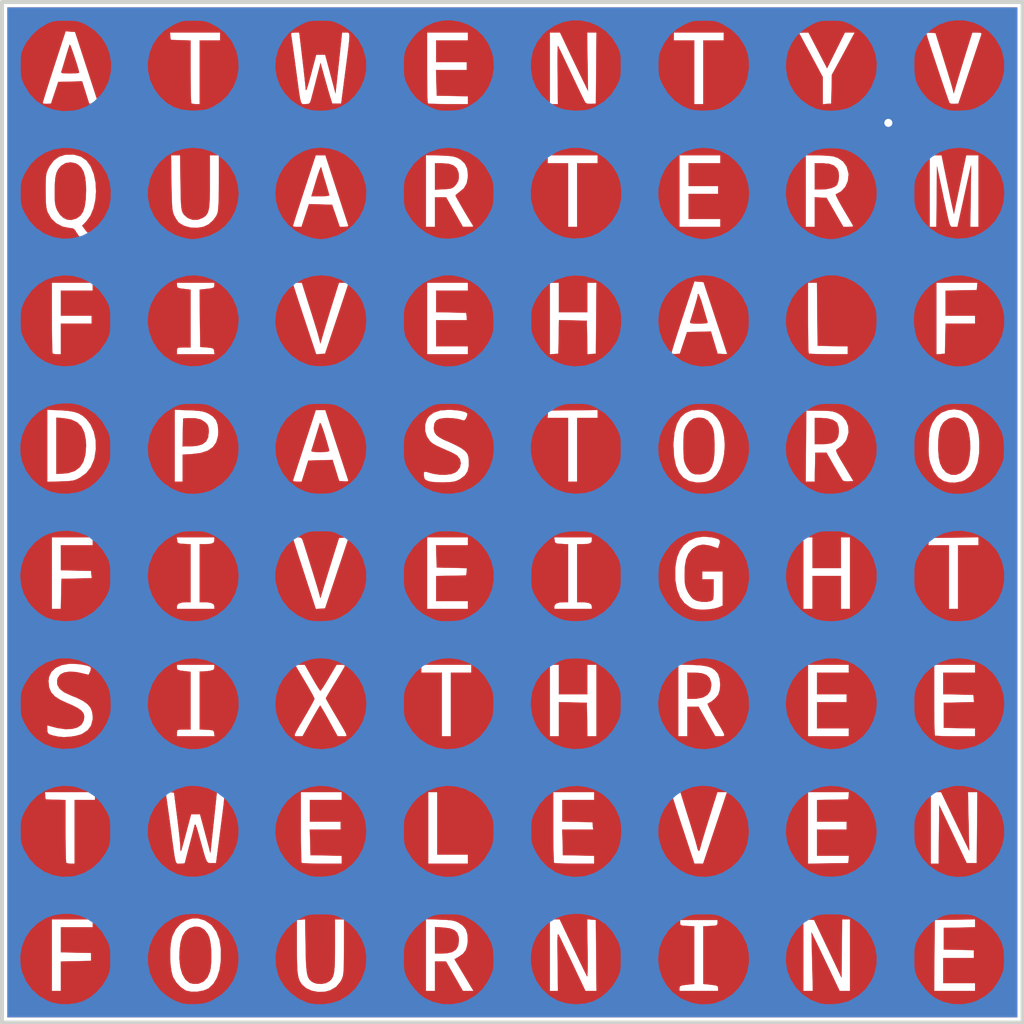
<source format=kicad_pcb>
(kicad_pcb (version 20171130) (host pcbnew 5.1.0-5.1.0)
  (layers (0 F.Cu signal) (31 B.Cu signal) (34 B.Paste user) (35 F.Paste user) (36 B.SilkS user) (37 F.SilkS user) (38 B.Mask user) (39 F.Mask user) (44 Edge.Cuts user))
  (net 0 "")
  (module LOGO (layer F.Cu) (at 126 81)
    (fp_text reference G*** hide)
    (fp_text value LOGO hide)
    (fp_poly (pts (xy 18.796 18.796) (xy -18.796 18.796) (xy -18.796 16.521377) (xy -18.324793 16.521377) (xy -18.308473 16.884543) (xy -18.252314 17.129244) (xy -18.106257 17.46462) (xy -17.891276 17.761224) (xy -17.618627 18.007471) (xy -17.29957 18.191774) (xy -17.170609 18.242432) (xy -16.878658 18.30675) (xy -16.553752 18.317415) (xy -16.227611 18.275415) (xy -15.989953 18.205652) (xy -15.728847 18.067211) (xy -15.478621 17.864851) (xy -15.260482 17.618691) (xy -15.103166 17.364387) (xy -15.040355 17.231004) (xy -15.000094 17.121033) (xy -14.977407 17.008347) (xy -14.967319 16.866815) (xy -14.964853 16.670311) (xy -14.964833 16.638003) (xy -14.966558 16.484577) (xy -13.570185 16.484577) (xy -13.566109 16.824028) (xy -13.493519 17.158771) (xy -13.350556 17.477695) (xy -13.13536 17.769687) (xy -13.083016 17.824349) (xy -12.838048 18.02643) (xy -12.556956 18.18841) (xy -12.287422 18.287069) (xy -12.168347 18.304417) (xy -11.998148 18.313726) (xy -11.810125 18.313364) (xy -11.776629 18.312131) (xy -11.569974 18.297079) (xy -11.409376 18.266615) (xy -11.256454 18.211586) (xy -11.15357 18.163537) (xy -10.837503 17.965339) (xy -10.58283 17.718926) (xy -10.390383 17.434844) (xy -10.260993 17.123639) (xy -10.195492 16.795857) (xy -10.194833 16.513424) (xy -8.820912 16.513424) (xy -8.809406 16.870939) (xy -8.720611 17.227085) (xy -8.652946 17.387044) (xy -8.476772 17.663553) (xy -8.236627 17.911434) (xy -7.952316 18.11428) (xy -7.643647 18.255687) (xy -7.580657 18.275174) (xy -7.311046 18.318722) (xy -7.007145 18.31447) (xy -6.702346 18.265485) (xy -6.430044 18.174833) (xy -6.415604 18.168199) (xy -6.09662 17.973664) (xy -5.831341 17.717458) (xy -5.626346 17.408251) (xy -5.488217 17.054712) (xy -5.452507 16.899327) (xy -5.434099 16.615834) (xy -4.042322 16.615834) (xy -4.040451 16.831151) (xy -4.031698 16.986145) (xy -4.012186 17.105103) (xy -3.978039 17.212314) (xy -3.929377 17.323565) (xy -3.805947 17.534518) (xy -3.638696 17.750119) (xy -3.451995 17.942276) (xy -3.271101 18.082348) (xy -2.952819 18.231198) (xy -2.604667 18.309992) (xy -2.245896 18.317634) (xy -1.895758 18.253029) (xy -1.683808 18.172662) (xy -1.367864 17.989395) (xy -1.115906 17.76028) (xy -0.913377 17.471074) (xy -0.856603 17.363458) (xy -0.782027 17.207116) (xy -0.735633 17.08555) (xy -0.710887 16.968515) (xy -0.701256 16.82577) (xy -0.701037 16.788569) (xy 0.688116 16.788569) (xy 0.754385 17.119855) (xy 0.888058 17.4375) (xy 1.090118 17.731097) (xy 1.361546 17.990242) (xy 1.376845 18.002023) (xy 1.671495 18.175279) (xy 2.004629 18.282499) (xy 2.359212 18.321569) (xy 2.718209 18.290375) (xy 3.017714 18.205652) (xy 3.278922 18.067154) (xy 3.529193 17.864721) (xy 3.747332 17.618465) (xy 3.904501 17.364274) (xy 3.967322 17.230814) (xy 4.007585 17.120782) (xy 4.030269 17.008038) (xy 4.040352 16.866438) (xy 4.042814 16.669841) (xy 4.042834 16.63789) (xy 4.042612 16.618137) (xy 5.422704 16.618137) (xy 5.460065 16.969823) (xy 5.568573 17.30631) (xy 5.742074 17.614019) (xy 5.974414 17.879369) (xy 6.259441 18.088781) (xy 6.299065 18.110667) (xy 6.66153 18.260414) (xy 7.028334 18.325655) (xy 7.399219 18.306358) (xy 7.567676 18.270006) (xy 7.906596 18.139168) (xy 8.198588 17.946041) (xy 8.439496 17.701402) (xy 8.625163 17.416033) (xy 8.751431 17.100713) (xy 8.814145 16.76622) (xy 8.813764 16.740046) (xy 10.178442 16.740046) (xy 10.238471 17.082084) (xy 10.367826 17.405055) (xy 10.558881 17.697528) (xy 10.804007 17.948074) (xy 11.095576 18.145264) (xy 11.425963 18.277668) (xy 11.461093 18.286969) (xy 11.687296 18.318021) (xy 11.953924 18.315294) (xy 12.22541 18.282021) (xy 12.466191 18.221438) (xy 12.551471 18.187778) (xy 12.887931 17.993597) (xy 13.15823 17.747808) (xy 13.366392 17.446158) (xy 13.471268 17.215526) (xy 13.559262 16.870337) (xy 13.566703 16.615834) (xy 14.964958 16.615834) (xy 14.967023 16.831304) (xy 14.975949 16.986467) (xy 14.995628 17.10563) (xy 15.029952 17.213102) (xy 15.078289 17.323565) (xy 15.201719 17.534518) (xy 15.36897 17.750119) (xy 15.555671 17.942276) (xy 15.736566 18.082348) (xy 16.054848 18.231198) (xy 16.403 18.309992) (xy 16.76177 18.317634) (xy 17.111909 18.253029) (xy 17.323858 18.172662) (xy 17.639823 17.989378) (xy 17.891801 17.760232) (xy 18.094348 17.47099) (xy 18.151064 17.363487) (xy 18.225667 17.207068) (xy 18.272088 17.085356) (xy 18.296879 16.968083) (xy 18.306591 16.824981) (xy 18.307822 16.639225) (xy 18.3018 16.412293) (xy 18.282391 16.239044) (xy 18.244949 16.088949) (xy 18.208982 15.989953) (xy 18.065933 15.726046) (xy 17.85965 15.473819) (xy 17.610953 15.255127) (xy 17.364274 15.103166) (xy 17.234349 15.041785) (xy 17.127207 15.001863) (xy 17.018041 14.97881) (xy 16.882045 14.968035) (xy 16.694411 14.964948) (xy 16.616724 14.964834) (xy 16.404419 14.966621) (xy 16.252499 14.974776) (xy 16.136713 14.993484) (xy 16.032807 15.026934) (xy 15.916528 15.079312) (xy 15.896167 15.089233) (xy 15.61627 15.266528) (xy 15.36118 15.503696) (xy 15.15559 15.77604) (xy 15.089357 15.896167) (xy 15.033707 16.016679) (xy 14.997649 16.121176) (xy 14.976979 16.233975) (xy 14.967494 16.37939) (xy 14.96499 16.58174) (xy 14.964958 16.615834) (xy 13.566703 16.615834) (xy 13.569523 16.519407) (xy 13.507084 16.174837) (xy 13.376977 15.848723) (xy 13.184234 15.553165) (xy 12.933889 15.300262) (xy 12.630975 15.102112) (xy 12.582232 15.078289) (xy 12.463826 15.026886) (xy 12.356238 14.993737) (xy 12.235154 14.974945) (xy 12.076259 14.966612) (xy 11.8745 14.964834) (xy 11.661346 14.966739) (xy 11.50885 14.975133) (xy 11.393039 14.994029) (xy 11.28994 15.027442) (xy 11.175581 15.079386) (xy 11.167864 15.083166) (xy 10.83694 15.290356) (xy 10.567224 15.554289) (xy 10.363223 15.868906) (xy 10.229444 16.228149) (xy 10.195367 16.390368) (xy 10.178442 16.740046) (xy 8.813764 16.740046) (xy 8.809147 16.423335) (xy 8.73228 16.082837) (xy 8.579389 15.755505) (xy 8.553362 15.71394) (xy 8.343391 15.444343) (xy 8.091706 15.230552) (xy 7.831667 15.079806) (xy 7.719 15.028079) (xy 7.616951 14.994612) (xy 7.501836 14.975511) (xy 7.349971 14.966883) (xy 7.137672 14.964834) (xy 7.132277 14.964834) (xy 6.922132 14.966384) (xy 6.77182 14.974101) (xy 6.656524 14.992583) (xy 6.551423 15.026427) (xy 6.4317 15.080233) (xy 6.384175 15.103438) (xy 6.07633 15.300503) (xy 5.814797 15.559832) (xy 5.611225 15.866745) (xy 5.47726 16.206564) (xy 5.462642 16.264831) (xy 5.422704 16.618137) (xy 4.042612 16.618137) (xy 4.040454 16.426512) (xy 4.030453 16.274034) (xy 4.008533 16.154757) (xy 3.970399 16.042981) (xy 3.927094 15.945447) (xy 3.727489 15.606825) (xy 3.476614 15.335266) (xy 3.17252 15.129016) (xy 2.887058 15.009016) (xy 2.594707 14.949862) (xy 2.271584 14.945647) (xy 1.949347 14.994115) (xy 1.659653 15.093008) (xy 1.651 15.097111) (xy 1.333466 15.291723) (xy 1.077444 15.535128) (xy 0.883915 15.816921) (xy 0.753863 16.126696) (xy 0.68827 16.454048) (xy 0.688116 16.788569) (xy -0.701037 16.788569) (xy -0.700157 16.639196) (xy -0.706467 16.411096) (xy -0.726328 16.236622) (xy -0.764395 16.085202) (xy -0.798996 15.989953) (xy -0.941735 15.726092) (xy -1.147807 15.473956) (xy -1.396473 15.255315) (xy -1.643614 15.103166) (xy -1.773656 15.041775) (xy -1.880858 15.001858) (xy -1.990042 14.978824) (xy -2.126035 14.968085) (xy -2.31366 14.965051) (xy -2.391165 14.964958) (xy -2.603985 14.966864) (xy -2.756283 14.975184) (xy -2.872174 14.994018) (xy -2.975772 15.027469) (xy -3.091189 15.079638) (xy -3.105004 15.086383) (xy -3.368854 15.253249) (xy -3.616776 15.47875) (xy -3.82329 15.737393) (xy -3.91732 15.899085) (xy -3.973031 16.018124) (xy -4.009164 16.121479) (xy -4.029935 16.233323) (xy -4.03956 16.37783) (xy -4.042255 16.579172) (xy -4.042322 16.615834) (xy -5.434099 16.615834) (xy -5.430275 16.556953) (xy -5.484822 16.215803) (xy -5.609107 15.889054) (xy -5.796092 15.589882) (xy -6.038735 15.331464) (xy -6.329998 15.126976) (xy -6.425435 15.078289) (xy -6.54384 15.026886) (xy -6.651428 14.993737) (xy -6.772513 14.974945) (xy -6.931408 14.966612) (xy -7.133166 14.964834) (xy -7.34525 14.966627) (xy -7.496992 14.974811) (xy -7.612686 14.993589) (xy -7.716628 15.027165) (xy -7.833115 15.079743) (xy -7.852833 15.089362) (xy -8.170459 15.289129) (xy -8.429901 15.542392) (xy -8.627338 15.838177) (xy -8.758948 16.165512) (xy -8.820912 16.513424) (xy -10.194833 16.513424) (xy -10.194712 16.462045) (xy -10.259484 16.132749) (xy -10.390639 15.818515) (xy -10.589009 15.529888) (xy -10.855427 15.277416) (xy -10.922147 15.228544) (xy -11.176427 15.07932) (xy -11.438361 14.988672) (xy -11.732212 14.950256) (xy -11.981542 14.951584) (xy -12.189272 14.96684) (xy -12.348506 14.995006) (xy -12.495305 15.044675) (xy -12.627971 15.105643) (xy -12.938561 15.301947) (xy -13.189937 15.549104) (xy -13.38024 15.836003) (xy -13.507609 16.151532) (xy -13.570185 16.484577) (xy -14.966558 16.484577) (xy -14.967211 16.426604) (xy -14.977206 16.274115) (xy -14.999112 16.154841) (xy -15.037223 16.04309) (xy -15.080572 15.945447) (xy -15.280178 15.606825) (xy -15.531053 15.335266) (xy -15.835146 15.129016) (xy -16.120609 15.009016) (xy -16.41296 14.949862) (xy -16.736082 14.945647) (xy -17.058319 14.994115) (xy -17.348014 15.093008) (xy -17.356666 15.097111) (xy -17.674251 15.293442) (xy -17.934657 15.544928) (xy -18.133084 15.840676) (xy -18.26473 16.16979) (xy -18.324793 16.521377) (xy -18.796 16.521377) (xy -18.796 11.8745) (xy -18.309166 11.8745) (xy -18.306829 12.077864) (xy -18.296221 12.224898) (xy -18.271946 12.343891) (xy -18.228608 12.463129) (xy -18.173991 12.583192) (xy -17.976795 12.908181) (xy -17.725711 13.174903) (xy -17.430622 13.378326) (xy -17.101414 13.513421) (xy -16.747971 13.575156) (xy -16.380178 13.558502) (xy -16.289834 13.542065) (xy -15.944382 13.427684) (xy -15.629255 13.239993) (xy -15.356093 12.98826) (xy -15.136533 12.681754) (xy -15.083167 12.581137) (xy -15.029987 12.465344) (xy -14.995579 12.362246) (xy -14.975928 12.24787) (xy -14.967019 12.098242) (xy -14.965787 11.980189) (xy -13.578382 11.980189) (xy -13.555823 12.154423) (xy -13.449351 12.518072) (xy -13.279263 12.836486) (xy -13.05498 13.104669) (xy -12.785927 13.317621) (xy -12.481524 13.470343) (xy -12.151194 13.557838) (xy -11.804359 13.575106) (xy -11.450441 13.517148) (xy -11.17623 13.416828) (xy -10.859684 13.228293) (xy -10.6018 12.988272) (xy -10.404317 12.707667) (xy -10.268973 12.397381) (xy -10.197508 12.068316) (xy -10.195624 11.959752) (xy -8.830405 11.959752) (xy -8.775192 12.294934) (xy -8.650938 12.614743) (xy -8.465296 12.907847) (xy -8.225922 13.162917) (xy -7.940472 13.368621) (xy -7.616601 13.51363) (xy -7.508901 13.544662) (xy -7.328247 13.568991) (xy -7.101628 13.570047) (xy -6.863827 13.550018) (xy -6.649628 13.511095) (xy -6.561666 13.485027) (xy -6.236718 13.326929) (xy -5.957956 13.106314) (xy -5.731681 12.834961) (xy -5.564197 12.524648) (xy -5.461806 12.187155) (xy -5.434346 11.8745) (xy -4.042833 11.8745) (xy -4.040706 12.09002) (xy -4.031724 12.245238) (xy -4.011991 12.364468) (xy -3.977609 12.472024) (xy -3.929377 12.582232) (xy -3.740345 12.890019) (xy -3.488038 13.155337) (xy -3.187966 13.365472) (xy -2.855636 13.507712) (xy -2.772833 13.530326) (xy -2.475647 13.579103) (xy -2.194621 13.569608) (xy -1.966811 13.523708) (xy -1.607974 13.390933) (xy -1.300904 13.191399) (xy -1.044765 12.924407) (xy -0.838719 12.589257) (xy -0.830823 12.573) (xy -0.768807 12.4366) (xy -0.729859 12.322036) (xy -0.708715 12.201481) (xy -0.700113 12.047103) (xy -0.698745 11.876696) (xy 0.6985 11.876696) (xy 0.70031 12.076201) (xy 0.709803 12.219634) (xy 0.733076 12.335574) (xy 0.776226 12.452602) (xy 0.845348 12.599296) (xy 0.858196 12.625347) (xy 1.060907 12.946828) (xy 1.316481 13.207571) (xy 1.615459 13.402911) (xy 1.948383 13.528186) (xy 2.305793 13.578734) (xy 2.678232 13.549891) (xy 2.717833 13.542065) (xy 3.06278 13.427862) (xy 3.377388 13.240801) (xy 3.649276 12.990764) (xy 3.866063 12.687635) (xy 3.921726 12.581137) (xy 4.011541 12.317623) (xy 4.056513 12.016883) (xy 5.432566 12.016883) (xy 5.451843 12.154423) (xy 5.557239 12.513288) (xy 5.726123 12.829004) (xy 5.948824 13.096382) (xy 6.215673 13.310235) (xy 6.516999 13.465374) (xy 6.843133 13.556611) (xy 7.184403 13.578759) (xy 7.53114 13.526629) (xy 7.816519 13.423065) (xy 8.152082 13.223626) (xy 8.422424 12.972262) (xy 8.624274 12.67406) (xy 8.754365 12.334111) (xy 8.807835 11.968406) (xy 10.179727 11.968406) (xy 10.236966 12.311773) (xy 10.364071 12.636503) (xy 10.553691 12.931235) (xy 10.798473 13.184608) (xy 11.091067 13.38526) (xy 11.424121 13.521831) (xy 11.433445 13.524478) (xy 11.678312 13.565503) (xy 11.959773 13.56965) (xy 12.238957 13.538433) (xy 12.446 13.485027) (xy 12.777446 13.326259) (xy 13.054429 13.111308) (xy 13.274583 12.850733) (xy 13.435543 12.55509) (xy 13.534943 12.234938) (xy 13.570419 11.900835) (xy 13.568015 11.8745) (xy 14.964834 11.8745) (xy 14.966961 12.09002) (xy 14.975943 12.245238) (xy 14.995675 12.364468) (xy 15.030057 12.472024) (xy 15.078289 12.582232) (xy 15.267322 12.890019) (xy 15.519628 13.155337) (xy 15.819701 13.365472) (xy 16.152031 13.507712) (xy 16.234834 13.530326) (xy 16.53202 13.579103) (xy 16.813045 13.569608) (xy 17.040856 13.523708) (xy 17.39047 13.393327) (xy 17.690171 13.202168) (xy 17.936323 12.96035) (xy 18.125293 12.677993) (xy 18.253445 12.365218) (xy 18.317144 12.032145) (xy 18.312755 11.688895) (xy 18.236644 11.345587) (xy 18.085176 11.012344) (xy 17.993528 10.871244) (xy 17.758824 10.611492) (xy 17.473082 10.406087) (xy 17.152344 10.261841) (xy 16.812652 10.185566) (xy 16.470048 10.184073) (xy 16.398621 10.194) (xy 16.027741 10.296055) (xy 15.693492 10.46948) (xy 15.405789 10.706998) (xy 15.174549 11.001331) (xy 15.089362 11.154834) (xy 15.033625 11.275227) (xy 14.99751 11.379493) (xy 14.976814 11.491926) (xy 14.967332 11.636822) (xy 14.96486 11.838476) (xy 14.964834 11.8745) (xy 13.568015 11.8745) (xy 13.539604 11.563338) (xy 13.440133 11.233005) (xy 13.269641 10.920394) (xy 13.073749 10.683221) (xy 12.79133 10.449601) (xy 12.483664 10.289873) (xy 12.160543 10.200856) (xy 11.831757 10.179366) (xy 11.507095 10.222218) (xy 11.19635 10.32623) (xy 10.90931 10.488218) (xy 10.655767 10.704998) (xy 10.445511 10.973387) (xy 10.288332 11.290202) (xy 10.199703 11.617764) (xy 10.179727 11.968406) (xy 8.807835 11.968406) (xy 8.80943 11.957501) (xy 8.811155 11.8745) (xy 8.77218 11.49399) (xy 8.659026 11.148248) (xy 8.477344 10.843845) (xy 8.232788 10.58735) (xy 7.931012 10.385334) (xy 7.577667 10.244368) (xy 7.366867 10.195848) (xy 7.021608 10.17523) (xy 6.689213 10.23052) (xy 6.378132 10.353074) (xy 6.096819 10.534248) (xy 5.853724 10.765398) (xy 5.6573 11.03788) (xy 5.515998 11.343051) (xy 5.438269 11.672267) (xy 5.432566 12.016883) (xy 4.056513 12.016883) (xy 4.057045 12.013327) (xy 4.0566 11.700595) (xy 4.008563 11.411773) (xy 3.984923 11.335467) (xy 3.826647 10.997275) (xy 3.61602 10.716757) (xy 3.362982 10.494447) (xy 3.077472 10.330881) (xy 2.769432 10.226593) (xy 2.448802 10.182119) (xy 2.125522 10.197995) (xy 1.809532 10.274754) (xy 1.510773 10.412933) (xy 1.239184 10.613066) (xy 1.004707 10.875689) (xy 0.833676 11.165808) (xy 0.770491 11.306425) (xy 0.730728 11.423275) (xy 0.709042 11.544465) (xy 0.70009 11.698103) (xy 0.6985 11.876696) (xy -0.698745 11.876696) (xy -0.698727 11.8745) (xy -0.701706 11.666006) (xy -0.713389 11.515412) (xy -0.738289 11.396054) (xy -0.780917 11.281271) (xy -0.809779 11.218334) (xy -0.970332 10.927948) (xy -1.151681 10.699175) (xy -1.37298 10.508977) (xy -1.435682 10.465496) (xy -1.76588 10.293153) (xy -2.114718 10.19861) (xy -2.470332 10.180694) (xy -2.820858 10.238229) (xy -3.154433 10.370044) (xy -3.459192 10.574965) (xy -3.569827 10.676595) (xy -3.705691 10.831918) (xy -3.835099 11.011685) (xy -3.918304 11.154834) (xy -3.974042 11.275227) (xy -4.010156 11.379493) (xy -4.030853 11.491926) (xy -4.040335 11.636822) (xy -4.042807 11.838476) (xy -4.042833 11.8745) (xy -5.434346 11.8745) (xy -5.430811 11.834261) (xy -5.477513 11.477746) (xy -5.48076 11.46485) (xy -5.588767 11.158403) (xy -5.751908 10.889463) (xy -5.956461 10.660155) (xy -6.245201 10.431067) (xy -6.557241 10.276733) (xy -6.882946 10.193908) (xy -7.21268 10.179348) (xy -7.536807 10.229809) (xy -7.845691 10.342046) (xy -8.129698 10.512816) (xy -8.37919 10.738875) (xy -8.584532 11.016977) (xy -8.736088 11.343879) (xy -8.808921 11.620525) (xy -8.830405 11.959752) (xy -10.195624 11.959752) (xy -10.19166 11.731373) (xy -10.25317 11.397456) (xy -10.383775 11.077467) (xy -10.585216 10.782309) (xy -10.731678 10.630022) (xy -11.013447 10.42178) (xy -11.333157 10.273629) (xy -11.671748 10.191288) (xy -12.010159 10.180473) (xy -12.1612 10.201225) (xy -12.518551 10.310387) (xy -12.835682 10.483857) (xy -13.105745 10.712045) (xy -13.321894 10.985362) (xy -13.477281 11.294218) (xy -13.565059 11.629023) (xy -13.578382 11.980189) (xy -14.965787 11.980189) (xy -14.964838 11.88939) (xy -14.964833 11.8745) (xy -14.966739 11.661347) (xy -14.975133 11.508851) (xy -14.994028 11.39304) (xy -15.027441 11.289941) (xy -15.079385 11.175582) (xy -15.083167 11.167863) (xy -15.290208 10.837393) (xy -15.554311 10.567432) (xy -15.868963 10.362884) (xy -16.227649 10.22865) (xy -16.372416 10.1974) (xy -16.727244 10.176357) (xy -17.074229 10.233695) (xy -17.401827 10.363208) (xy -17.698496 10.558691) (xy -17.95269 10.81394) (xy -18.152866 11.122748) (xy -18.173991 11.165808) (xy -18.237352 11.306884) (xy -18.277151 11.424123) (xy -18.298784 11.545813) (xy -18.307645 11.700242) (xy -18.309166 11.8745) (xy -18.796 11.8745) (xy -18.796 7.133167) (xy -18.30906 7.133167) (xy -18.3066 7.337193) (xy -18.295824 7.484703) (xy -18.271458 7.603792) (xy -18.228227 7.722556) (xy -18.17743 7.834281) (xy -17.97867 8.162744) (xy -17.727322 8.428572) (xy -17.431403 8.628254) (xy -17.098928 8.758278) (xy -16.737912 8.815136) (xy -16.356372 8.795314) (xy -16.106734 8.741221) (xy -15.80796 8.615445) (xy -15.533151 8.418968) (xy -15.295819 8.165107) (xy -15.109475 7.867181) (xy -15.030417 7.68039) (xy -14.980207 7.520019) (xy -14.953475 7.374634) (xy -14.9467 7.225357) (xy -13.578174 7.225357) (xy -13.522207 7.564474) (xy -13.398251 7.880917) (xy -13.214568 8.165916) (xy -12.979418 8.410703) (xy -12.701063 8.60651) (xy -12.387764 8.744568) (xy -12.047782 8.816108) (xy -11.726333 8.816425) (xy -11.556437 8.791472) (xy -11.390241 8.754253) (xy -11.325554 8.734546) (xy -10.98587 8.572418) (xy -10.696312 8.346553) (xy -10.46412 8.066219) (xy -10.296533 7.74068) (xy -10.20079 7.379201) (xy -10.188437 7.279201) (xy -10.190068 7.165672) (xy -8.828056 7.165672) (xy -8.783981 7.513326) (xy -8.664588 7.849984) (xy -8.469455 8.165187) (xy -8.357656 8.296351) (xy -8.084927 8.528429) (xy -7.769064 8.696068) (xy -7.425441 8.795468) (xy -7.069435 8.822831) (xy -6.716423 8.774356) (xy -6.58422 8.734546) (xy -6.254565 8.577423) (xy -5.970605 8.359455) (xy -5.739121 8.091959) (xy -5.566892 7.78625) (xy -5.460698 7.453644) (xy -5.429891 7.132277) (xy -4.042833 7.132277) (xy -4.040912 7.345859) (xy -4.03251 7.498661) (xy -4.013667 7.614533) (xy -3.980424 7.717324) (xy -3.928824 7.830883) (xy -3.925866 7.836916) (xy -3.722503 8.161874) (xy -3.466424 8.4269) (xy -3.167608 8.627752) (xy -2.83604 8.760188) (xy -2.481702 8.819967) (xy -2.114575 8.802848) (xy -1.820333 8.731587) (xy -1.49767 8.580556) (xy -1.211308 8.357675) (xy -0.969887 8.071113) (xy -0.797696 7.764463) (xy -0.75056 7.642702) (xy -0.721368 7.513776) (xy -0.706163 7.351855) (xy -0.701002 7.133167) (xy -0.70152 7.032283) (xy 0.685219 7.032283) (xy 0.686053 7.219755) (xy 0.743818 7.588232) (xy 0.871717 7.919821) (xy 1.061082 8.208596) (xy 1.303247 8.448637) (xy 1.589545 8.634019) (xy 1.911308 8.75882) (xy 2.25987 8.817117) (xy 2.626563 8.802987) (xy 2.911209 8.740415) (xy 3.223716 8.603314) (xy 3.504622 8.392987) (xy 3.744789 8.117841) (xy 3.925268 7.807543) (xy 3.979696 7.682422) (xy 4.014286 7.570842) (xy 4.033413 7.446924) (xy 4.04145 7.284793) (xy 4.042834 7.112) (xy 4.042831 7.111561) (xy 5.423238 7.111561) (xy 5.453195 7.442038) (xy 5.552725 7.766702) (xy 5.725271 8.075857) (xy 5.874258 8.259641) (xy 6.16494 8.516143) (xy 6.487824 8.6971) (xy 6.834635 8.800489) (xy 7.197094 8.824285) (xy 7.566926 8.766465) (xy 7.731964 8.713867) (xy 8.051363 8.552067) (xy 8.327889 8.325028) (xy 8.551962 8.045361) (xy 8.714004 7.725671) (xy 8.804434 7.378567) (xy 8.814748 7.288765) (xy 8.812607 7.184913) (xy 10.176169 7.184913) (xy 10.227287 7.525242) (xy 10.34765 7.851754) (xy 10.530143 8.150435) (xy 10.767658 8.407276) (xy 11.05308 8.608264) (xy 11.112047 8.638936) (xy 11.469715 8.771567) (xy 11.835093 8.824071) (xy 12.197541 8.795673) (xy 12.423446 8.734546) (xy 12.763318 8.572183) (xy 13.053463 8.344846) (xy 13.287222 8.060454) (xy 13.457936 7.726929) (xy 13.552003 7.392219) (xy 13.570303 7.132277) (xy 14.964834 7.132277) (xy 14.966755 7.345859) (xy 14.975157 7.498661) (xy 14.994 7.614533) (xy 15.027242 7.717324) (xy 15.078842 7.830883) (xy 15.081801 7.836916) (xy 15.284985 8.161536) (xy 15.543978 8.429578) (xy 15.849378 8.633499) (xy 16.191786 8.765761) (xy 16.260345 8.782187) (xy 16.420271 8.81664) (xy 16.528253 8.835524) (xy 16.615375 8.839845) (xy 16.712719 8.830614) (xy 16.851369 8.808838) (xy 16.889655 8.802602) (xy 17.24756 8.705912) (xy 17.560057 8.54552) (xy 17.823736 8.331241) (xy 18.035185 8.072891) (xy 18.190992 7.780284) (xy 18.287746 7.463235) (xy 18.322035 7.131561) (xy 18.290448 6.795076) (xy 18.189573 6.463595) (xy 18.015999 6.146934) (xy 17.875041 5.967573) (xy 17.619148 5.741028) (xy 17.313813 5.571184) (xy 16.977163 5.463724) (xy 16.627326 5.424335) (xy 16.28243 5.458699) (xy 16.264831 5.462642) (xy 15.92099 5.583991) (xy 15.60763 5.776871) (xy 15.339431 6.029634) (xy 15.131071 6.330634) (xy 15.103438 6.384175) (xy 15.041944 6.514306) (xy 15.001946 6.621528) (xy 14.978847 6.730661) (xy 14.968047 6.866523) (xy 14.964949 7.053932) (xy 14.964834 7.132277) (xy 13.570303 7.132277) (xy 13.576777 7.040328) (xy 13.525417 6.702504) (xy 13.406265 6.387103) (xy 13.227662 6.102486) (xy 12.997948 5.857009) (xy 12.725463 5.659032) (xy 12.418549 5.516914) (xy 12.085547 5.439012) (xy 11.734797 5.433685) (xy 11.613667 5.449774) (xy 11.244662 5.553413) (xy 10.918725 5.726921) (xy 10.6425 5.963734) (xy 10.422631 6.257291) (xy 10.26576 6.601029) (xy 10.201405 6.844777) (xy 10.176169 7.184913) (xy 8.812607 7.184913) (xy 8.80723 6.924242) (xy 8.726537 6.581423) (xy 8.581097 6.268286) (xy 8.379334 5.992806) (xy 8.129676 5.762963) (xy 7.840548 5.586733) (xy 7.520376 5.472093) (xy 7.177586 5.427021) (xy 6.872334 5.449774) (xy 6.511697 5.549502) (xy 6.196529 5.711277) (xy 5.930273 5.925405) (xy 5.716372 6.182192) (xy 5.55827 6.471944) (xy 5.459411 6.784965) (xy 5.423238 7.111561) (xy 4.042831 7.111561) (xy 4.040959 6.905819) (xy 4.032039 6.758071) (xy 4.011128 6.642548) (xy 3.973281 6.533042) (xy 3.913555 6.403344) (xy 3.906338 6.388561) (xy 3.708871 6.079774) (xy 3.443733 5.815961) (xy 3.11955 5.605392) (xy 3.057454 5.574664) (xy 2.911891 5.509641) (xy 2.790665 5.469593) (xy 2.663594 5.448595) (xy 2.500494 5.440722) (xy 2.370667 5.439834) (xy 2.170235 5.442683) (xy 2.024439 5.45509) (xy 1.903328 5.482847) (xy 1.776957 5.531742) (xy 1.691328 5.571178) (xy 1.350594 5.774304) (xy 1.076675 6.0268) (xy 0.872512 6.323845) (xy 0.741046 6.660613) (xy 0.685219 7.032283) (xy -0.70152 7.032283) (xy -0.702044 6.930602) (xy -0.711485 6.784636) (xy -0.73454 6.667263) (xy -0.776422 6.550475) (xy -0.832465 6.427063) (xy -1.033904 6.091081) (xy -1.288522 5.82092) (xy -1.595896 5.616933) (xy -1.955606 5.479475) (xy -1.962158 5.477719) (xy -2.317493 5.424971) (xy -2.670192 5.450898) (xy -3.008476 5.550002) (xy -3.320568 5.716786) (xy -3.59469 5.945753) (xy -3.819065 6.231405) (xy -3.904229 6.384175) (xy -3.965723 6.514306) (xy -4.005721 6.621528) (xy -4.02882 6.730661) (xy -4.039619 6.866523) (xy -4.042717 7.053932) (xy -4.042833 7.132277) (xy -5.429891 7.132277) (xy -5.42732 7.105458) (xy -5.453071 6.846639) (xy -5.557761 6.489083) (xy -5.72419 6.177386) (xy -5.94254 5.914948) (xy -6.202994 5.705171) (xy -6.495735 5.551457) (xy -6.810945 5.457207) (xy -7.138807 5.425821) (xy -7.469504 5.460703) (xy -7.793218 5.565252) (xy -8.100131 5.742871) (xy -8.259641 5.874258) (xy -8.512605 6.161314) (xy -8.691945 6.479207) (xy -8.797236 6.81748) (xy -8.828056 7.165672) (xy -10.190068 7.165672) (xy -10.193604 6.919602) (xy -10.272993 6.581473) (xy -10.417787 6.272417) (xy -10.619165 6.000037) (xy -10.86831 5.771937) (xy -11.156404 5.59572) (xy -11.474626 5.478992) (xy -11.81416 5.429354) (xy -12.166185 5.454412) (xy -12.27674 5.478604) (xy -12.642485 5.612272) (xy -12.955409 5.810535) (xy -13.210929 6.068409) (xy -13.404463 6.380908) (xy -13.531428 6.743046) (xy -13.557892 6.872334) (xy -13.578174 7.225357) (xy -14.9467 7.225357) (xy -14.945972 7.209334) (xy -14.95134 7.031222) (xy -14.966414 6.822914) (xy -14.993753 6.66405) (xy -15.041638 6.519501) (xy -15.104252 6.382519) (xy -15.294812 6.084323) (xy -15.542793 5.833407) (xy -15.834705 5.636402) (xy -16.157059 5.499936) (xy -16.496365 5.430636) (xy -16.839133 5.435133) (xy -16.980551 5.460545) (xy -17.348222 5.586848) (xy -17.667267 5.781976) (xy -17.934291 6.043183) (xy -18.145897 6.367719) (xy -18.175202 6.427063) (xy -18.238031 6.567116) (xy -18.277479 6.683965) (xy -18.298892 6.805817) (xy -18.30762 6.960881) (xy -18.30906 7.133167) (xy -18.796 7.133167) (xy -18.796 2.353268) (xy -18.325199 2.353268) (xy -18.296087 2.694389) (xy -18.197113 3.025483) (xy -18.026538 3.335064) (xy -17.879604 3.515947) (xy -17.620155 3.755152) (xy -17.352151 3.91947) (xy -17.058074 4.016084) (xy -16.720408 4.052176) (xy -16.5735 4.051409) (xy -16.366669 4.040504) (xy -16.209795 4.017704) (xy -16.068277 3.975472) (xy -15.907818 3.906414) (xy -15.59055 3.712062) (xy -15.324874 3.452913) (xy -15.118156 3.136368) (xy -15.095497 3.090334) (xy -15.035665 2.957343) (xy -14.997474 2.845082) (xy -14.976133 2.727157) (xy -14.96685 2.57718) (xy -14.965193 2.407448) (xy -13.578569 2.407448) (xy -13.532324 2.756933) (xy -13.415689 3.088892) (xy -13.235687 3.391471) (xy -12.999345 3.652816) (xy -12.713688 3.861074) (xy -12.391558 4.002585) (xy -12.158813 4.048239) (xy -11.884487 4.060749) (xy -11.604563 4.040911) (xy -11.355027 3.98952) (xy -11.321803 3.978923) (xy -11.005792 3.829762) (xy -10.720036 3.611868) (xy -10.48721 3.344187) (xy -10.310776 3.022813) (xy -10.210923 2.683641) (xy -10.187437 2.37461) (xy -8.836918 2.37461) (xy -8.824677 2.535864) (xy -8.812718 2.614773) (xy -8.710216 2.990286) (xy -8.537219 3.32335) (xy -8.299421 3.607013) (xy -8.002513 3.834328) (xy -7.690745 3.984514) (xy -7.552961 4.026539) (xy -7.405413 4.049122) (xy -7.219969 4.055328) (xy -7.069666 4.052163) (xy -6.862433 4.041532) (xy -6.708487 4.02155) (xy -6.576488 3.98541) (xy -6.435095 3.926304) (xy -6.38856 3.904234) (xy -6.089115 3.716302) (xy -5.836873 3.470509) (xy -5.63889 3.180326) (xy -5.50222 2.859229) (xy -5.433917 2.520691) (xy -5.437151 2.365089) (xy -4.042833 2.365089) (xy -4.042833 2.370667) (xy -4.040439 2.58189) (xy -4.030384 2.734273) (xy -4.008355 2.853573) (xy -3.970042 2.965551) (xy -3.927094 3.06222) (xy -3.76055 3.361551) (xy -3.564451 3.597792) (xy -3.321291 3.787547) (xy -3.013568 3.947417) (xy -2.977516 3.962843) (xy -2.845818 4.013241) (xy -2.726598 4.042917) (xy -2.591199 4.05586) (xy -2.410963 4.056056) (xy -2.324995 4.053625) (xy -2.119619 4.043614) (xy -1.968322 4.024899) (xy -1.840536 3.990764) (xy -1.705698 3.934491) (xy -1.640944 3.903295) (xy -1.324161 3.704454) (xy -1.069192 3.456769) (xy -0.877382 3.17066) (xy -0.750078 2.856545) (xy -0.688624 2.524842) (xy -0.690878 2.391834) (xy 0.700236 2.391834) (xy 0.702775 2.600122) (xy 0.714151 2.750957) (xy 0.738939 2.871444) (xy 0.781714 2.988688) (xy 0.812518 3.057232) (xy 0.950428 3.290678) (xy 1.137126 3.521635) (xy 1.347198 3.721736) (xy 1.513486 3.839648) (xy 1.730855 3.951044) (xy 1.940441 4.018661) (xy 2.172741 4.049511) (xy 2.434167 4.051409) (xy 2.642389 4.040319) (xy 2.800254 4.017196) (xy 2.941937 3.974719) (xy 3.090455 3.91081) (xy 3.402737 3.719319) (xy 3.670312 3.463551) (xy 3.878123 3.158533) (xy 3.91237 3.090455) (xy 3.972128 2.957329) (xy 4.010266 2.844885) (xy 4.031572 2.726712) (xy 4.040832 2.576398) (xy 4.042834 2.370667) (xy 5.439834 2.370667) (xy 5.442633 2.570638) (xy 5.454958 2.716146) (xy 5.482702 2.837315) (xy 5.531756 2.96427) (xy 5.573798 3.055604) (xy 5.774419 3.39131) (xy 6.027251 3.667752) (xy 6.324752 3.878074) (xy 6.616109 4.002585) (xy 6.848854 4.048239) (xy 7.12318 4.060749) (xy 7.403103 4.040911) (xy 7.65264 3.98952) (xy 7.685864 3.978923) (xy 7.996909 3.832128) (xy 8.276871 3.619447) (xy 8.510927 3.3562) (xy 8.68425 3.057705) (xy 8.749577 2.879766) (xy 8.817246 2.50966) (xy 8.816539 2.483383) (xy 10.184762 2.483383) (xy 10.235904 2.804092) (xy 10.347105 3.111383) (xy 10.517887 3.395322) (xy 10.747774 3.645974) (xy 11.03629 3.853405) (xy 11.316921 3.984514) (xy 11.549361 4.039961) (xy 11.826166 4.059037) (xy 12.115917 4.043125) (xy 12.387196 3.993605) (xy 12.573 3.929268) (xy 12.875365 3.748132) (xy 13.133175 3.508536) (xy 13.339145 3.223922) (xy 13.485992 2.90773) (xy 13.566431 2.5734) (xy 13.570045 2.391834) (xy 14.964983 2.391834) (xy 14.966754 2.602951) (xy 14.97463 2.752813) (xy 14.992691 2.864807) (xy 15.025024 2.962322) (xy 15.075709 3.068743) (xy 15.086931 3.090334) (xy 15.261065 3.38102) (xy 15.452102 3.606117) (xy 15.680578 3.784622) (xy 15.967032 3.935535) (xy 16.030151 3.962843) (xy 16.16224 4.013392) (xy 16.281533 4.043012) (xy 16.416921 4.055717) (xy 16.597295 4.055523) (xy 16.679334 4.053051) (xy 16.899016 4.040672) (xy 17.06447 4.017203) (xy 17.205971 3.976749) (xy 17.323565 3.927598) (xy 17.556202 3.791313) (xy 17.785227 3.606896) (xy 17.982195 3.39965) (xy 18.092008 3.244053) (xy 18.240618 2.910944) (xy 18.314378 2.557193) (xy 18.314073 2.197489) (xy 18.240488 1.846519) (xy 18.094409 1.518972) (xy 17.991545 1.364745) (xy 17.735943 1.093117) (xy 17.430872 0.882612) (xy 17.129244 0.755353) (xy 16.764795 0.685262) (xy 16.404144 0.694613) (xy 16.058429 0.778503) (xy 15.738787 0.932027) (xy 15.456355 1.150279) (xy 15.222272 1.428355) (xy 15.095498 1.651) (xy 15.037098 1.780264) (xy 14.999255 1.889278) (xy 14.977564 2.003054) (xy 14.967618 2.146601) (xy 14.965012 2.344931) (xy 14.964983 2.391834) (xy 13.570045 2.391834) (xy 13.57318 2.234375) (xy 13.556343 2.114702) (xy 13.4482 1.733899) (xy 13.275298 1.407554) (xy 13.037162 1.135027) (xy 12.733317 0.915676) (xy 12.625347 0.858196) (xy 12.471813 0.784698) (xy 12.352187 0.738078) (xy 12.237892 0.71224) (xy 12.100347 0.701086) (xy 11.910972 0.698521) (xy 11.876696 0.6985) (xy 11.672941 0.700797) (xy 11.5257 0.711251) (xy 11.406864 0.735207) (xy 11.288327 0.77801) (xy 11.165808 0.833676) (xy 10.846597 1.026271) (xy 10.590302 1.265055) (xy 10.396447 1.540092) (xy 10.264557 1.841449) (xy 10.194154 2.159191) (xy 10.184762 2.483383) (xy 8.816539 2.483383) (xy 8.807575 2.150224) (xy 8.726808 1.810396) (xy 8.581183 1.499115) (xy 8.376944 1.22532) (xy 8.12033 0.997949) (xy 7.817584 0.82594) (xy 7.474946 0.718232) (xy 7.217834 0.686041) (xy 6.832173 0.704928) (xy 6.478706 0.800954) (xy 6.162395 0.97109) (xy 5.888199 1.212307) (xy 5.66108 1.521577) (xy 5.571178 1.691328) (xy 5.507683 1.834045) (xy 5.468618 1.954473) (xy 5.448193 2.082561) (xy 5.44062 2.248257) (xy 5.439834 2.370667) (xy 4.042834 2.370667) (xy 4.040402 2.159061) (xy 4.030272 2.0064) (xy 4.008189 1.88703) (xy 3.969896 1.7753) (xy 3.928708 1.682638) (xy 3.754091 1.396294) (xy 3.518275 1.134369) (xy 3.244726 0.920662) (xy 3.093452 0.835561) (xy 2.956432 0.772338) (xy 2.842497 0.732577) (xy 2.723857 0.710931) (xy 2.572719 0.702052) (xy 2.391834 0.700552) (xy 2.076107 0.714601) (xy 1.818439 0.762336) (xy 1.595862 0.852883) (xy 1.385408 0.995368) (xy 1.181462 1.181462) (xy 0.982847 1.401091) (xy 0.844548 1.611654) (xy 0.757437 1.836108) (xy 0.712386 2.097415) (xy 0.700236 2.391834) (xy -0.690878 2.391834) (xy -0.694367 2.18597) (xy -0.768652 1.850349) (xy -0.912824 1.528397) (xy -1.12823 1.230532) (xy -1.276528 1.08167) (xy -1.499282 0.910233) (xy -1.733035 0.794352) (xy -1.998704 0.726866) (xy -2.317211 0.700618) (xy -2.392765 0.699675) (xy -2.594681 0.701255) (xy -2.739404 0.710832) (xy -2.854362 0.733667) (xy -2.966984 0.77502) (xy -3.091713 0.833747) (xy -3.410869 1.035112) (xy -3.680299 1.295816) (xy -3.886291 1.602176) (xy -3.910763 1.651) (xy -3.97113 1.783505) (xy -4.009696 1.894874) (xy -4.031284 2.0114) (xy -4.040722 2.159374) (xy -4.042833 2.365089) (xy -5.437151 2.365089) (xy -5.441036 2.178186) (xy -5.451402 2.114284) (xy -5.559563 1.733594) (xy -5.732558 1.40728) (xy -5.970827 1.134751) (xy -6.27481 0.915415) (xy -6.382319 0.858196) (xy -6.535854 0.784698) (xy -6.655479 0.738078) (xy -6.769775 0.71224) (xy -6.90732 0.701086) (xy -7.096694 0.698521) (xy -7.130971 0.6985) (xy -7.339001 0.701239) (xy -7.489564 0.712564) (xy -7.609767 0.737141) (xy -7.726719 0.779635) (xy -7.803553 0.814239) (xy -8.145322 1.014469) (xy -8.417891 1.263173) (xy -8.622567 1.561953) (xy -8.76066 1.912412) (xy -8.78739 2.019203) (xy -8.825076 2.216205) (xy -8.836918 2.37461) (xy -10.187437 2.37461) (xy -10.184633 2.337729) (xy -10.228889 1.996131) (xy -10.340673 1.669905) (xy -10.516967 1.370107) (xy -10.754753 1.107793) (xy -11.051015 0.894018) (xy -11.173386 0.83013) (xy -11.311597 0.768293) (xy -11.427933 0.729489) (xy -11.550473 0.708446) (xy -11.707295 0.699892) (xy -11.8745 0.6985) (xy -12.078055 0.700858) (xy -12.22521 0.7115) (xy -12.344183 0.73578) (xy -12.46319 0.779052) (xy -12.580603 0.832465) (xy -12.91488 1.033925) (xy -13.18544 1.28984) (xy -13.389343 1.596505) (xy -13.523654 1.950213) (xy -13.547399 2.052289) (xy -13.578569 2.407448) (xy -14.965193 2.407448) (xy -14.964833 2.370667) (xy -14.967264 2.159061) (xy -14.977394 2.0064) (xy -14.999478 1.88703) (xy -15.037771 1.7753) (xy -15.078959 1.682638) (xy -15.2493 1.402693) (xy -15.47962 1.14392) (xy -15.745772 0.930964) (xy -15.905701 0.838814) (xy -16.225346 0.726083) (xy -16.572351 0.681415) (xy -16.924869 0.70397) (xy -17.261052 0.792913) (xy -17.483666 0.89932) (xy -17.777791 1.118264) (xy -18.010745 1.384618) (xy -18.18079 1.686895) (xy -18.286187 2.013607) (xy -18.325199 2.353268) (xy -18.796 2.353268) (xy -18.796 -2.518345) (xy -18.320802 -2.518345) (xy -18.313 -2.157565) (xy -18.252314 -1.878423) (xy -18.108873 -1.548789) (xy -17.897877 -1.254234) (xy -17.632337 -1.008145) (xy -17.325265 -0.823906) (xy -17.166166 -0.761116) (xy -16.877298 -0.700699) (xy -16.555022 -0.691321) (xy -16.232597 -0.731825) (xy -15.989953 -0.802014) (xy -15.728744 -0.940513) (xy -15.478473 -1.142945) (xy -15.260334 -1.389202) (xy -15.103166 -1.643392) (xy -15.040345 -1.776853) (xy -15.000082 -1.886884) (xy -14.977398 -1.999629) (xy -14.967314 -2.141229) (xy -14.964853 -2.337826) (xy -14.964833 -2.369776) (xy -14.966123 -2.484399) (xy -13.574981 -2.484399) (xy -13.560606 -2.129176) (xy -13.546733 -2.052289) (xy -13.431004 -1.683029) (xy -13.247437 -1.364117) (xy -12.997259 -1.096925) (xy -12.681697 -0.882823) (xy -12.383053 -0.750711) (xy -12.119189 -0.69206) (xy -11.81903 -0.68378) (xy -11.512623 -0.723638) (xy -11.230016 -0.809401) (xy -11.158505 -0.8417) (xy -10.839172 -1.040886) (xy -10.583205 -1.286106) (xy -10.390565 -1.567284) (xy -10.261212 -1.874347) (xy -10.195105 -2.197221) (xy -10.192439 -2.499335) (xy -8.824269 -2.499335) (xy -8.810533 -2.143996) (xy -8.806833 -2.121121) (xy -8.707598 -1.763321) (xy -8.541354 -1.438697) (xy -8.3171 -1.159977) (xy -8.043833 -0.939888) (xy -7.923305 -0.871366) (xy -7.710528 -0.775474) (xy -7.513662 -0.718202) (xy -7.299695 -0.692864) (xy -7.040522 -0.692609) (xy -6.846801 -0.704167) (xy -6.696252 -0.730154) (xy -6.549826 -0.780477) (xy -6.376537 -0.861053) (xy -6.054153 -1.063699) (xy -5.79652 -1.32086) (xy -5.603833 -1.632275) (xy -5.476285 -1.997683) (xy -5.451402 -2.114284) (xy -5.435048 -2.370666) (xy -4.042833 -2.370666) (xy -4.040386 -2.158897) (xy -4.030224 -2.006115) (xy -4.008116 -1.886714) (xy -3.969829 -1.775086) (xy -3.929377 -1.684102) (xy -3.805947 -1.473148) (xy -3.638696 -1.257547) (xy -3.451995 -1.065391) (xy -3.271101 -0.925318) (xy -2.959324 -0.779811) (xy -2.61337 -0.700132) (xy -2.255215 -0.688741) (xy -1.906835 -0.7481) (xy -1.84845 -0.765966) (xy -1.51443 -0.91628) (xy -1.232672 -1.124254) (xy -1.005969 -1.379206) (xy -0.837117 -1.670457) (xy -0.72891 -1.987324) (xy -0.697764 -2.218181) (xy 0.688157 -2.218181) (xy 0.754616 -1.886858) (xy 0.888531 -1.569212) (xy 1.090883 -1.275646) (xy 1.362654 -1.016563) (xy 1.376845 -1.005643) (xy 1.671495 -0.832388) (xy 2.004629 -0.725168) (xy 2.359212 -0.686098) (xy 2.718209 -0.717292) (xy 3.017714 -0.802014) (xy 3.278922 -0.940513) (xy 3.529193 -1.142945) (xy 3.747332 -1.389202) (xy 3.904501 -1.643392) (xy 3.967322 -1.776853) (xy 4.007585 -1.886884) (xy 4.030269 -1.999629) (xy 4.040352 -2.141229) (xy 4.042814 -2.337826) (xy 4.042834 -2.369776) (xy 4.041668 -2.491628) (xy 5.427554 -2.491628) (xy 5.44075 -2.139082) (xy 5.476213 -1.9685) (xy 5.612846 -1.604392) (xy 5.81374 -1.295213) (xy 6.079299 -1.040536) (xy 6.409926 -0.839934) (xy 6.624614 -0.750711) (xy 6.890207 -0.69172) (xy 7.191832 -0.683829) (xy 7.49977 -0.724793) (xy 7.784303 -0.81237) (xy 7.852616 -0.843401) (xy 8.167268 -1.041692) (xy 8.424068 -1.291931) (xy 8.619847 -1.583032) (xy 8.751433 -1.903911) (xy 8.815657 -2.243482) (xy 8.810833 -2.50903) (xy 10.180766 -2.50903) (xy 10.189188 -2.158856) (xy 10.1973 -2.107556) (xy 10.30009 -1.752361) (xy 10.472269 -1.430102) (xy 10.704068 -1.151498) (xy 10.985713 -0.927266) (xy 11.307435 -0.768123) (xy 11.461578 -0.720876) (xy 11.702321 -0.687574) (xy 11.979236 -0.691245) (xy 12.256291 -0.728699) (xy 12.497457 -0.796746) (xy 12.544886 -0.816767) (xy 12.882465 -1.010491) (xy 13.152748 -1.253469) (xy 13.36086 -1.551097) (xy 13.471268 -1.792141) (xy 13.559262 -2.13733) (xy 13.566703 -2.391833) (xy 14.964958 -2.391833) (xy 14.967008 -2.176516) (xy 14.975905 -2.021467) (xy 14.995561 -1.902338) (xy 15.02989 -1.794781) (xy 15.078959 -1.682638) (xy 15.250926 -1.399519) (xy 15.481073 -1.143893) (xy 15.750809 -0.931396) (xy 16.041543 -0.777661) (xy 16.225581 -0.718381) (xy 16.494363 -0.683583) (xy 16.791652 -0.691915) (xy 17.074415 -0.741223) (xy 17.153408 -0.764832) (xy 17.494531 -0.916343) (xy 17.777325 -1.12432) (xy 18.009526 -1.395762) (xy 18.177511 -1.691328) (xy 18.240753 -1.833703) (xy 18.279606 -1.953547) (xy 18.299786 -2.08073) (xy 18.30701 -2.245122) (xy 18.307511 -2.370666) (xy 18.301607 -2.597136) (xy 18.282129 -2.770148) (xy 18.244396 -2.920444) (xy 18.208982 -3.017714) (xy 18.065933 -3.28162) (xy 17.85965 -3.533848) (xy 17.610953 -3.75254) (xy 17.364274 -3.9045) (xy 17.234467 -3.96585) (xy 17.127548 -4.005735) (xy 17.018736 -4.028724) (xy 16.883251 -4.039386) (xy 16.696311 -4.04229) (xy 16.616724 -4.042322) (xy 16.404577 -4.040315) (xy 16.252949 -4.032041) (xy 16.137715 -4.0133) (xy 16.034752 -3.979887) (xy 15.919936 -3.927603) (xy 15.899085 -3.91732) (xy 15.63277 -3.748195) (xy 15.384188 -3.522259) (xy 15.178829 -3.264992) (xy 15.086383 -3.105004) (xy 15.031966 -2.986839) (xy 14.996728 -2.883038) (xy 14.976559 -2.769452) (xy 14.967346 -2.621928) (xy 14.964977 -2.416317) (xy 14.964958 -2.391833) (xy 13.566703 -2.391833) (xy 13.569523 -2.488259) (xy 13.507084 -2.83283) (xy 13.376977 -3.158944) (xy 13.184234 -3.454501) (xy 12.933889 -3.707405) (xy 12.630975 -3.905555) (xy 12.582232 -3.929377) (xy 12.463826 -3.980781) (xy 12.356238 -4.01393) (xy 12.235154 -4.032722) (xy 12.076259 -4.041054) (xy 11.8745 -4.042833) (xy 11.66237 -4.041035) (xy 11.510574 -4.032839) (xy 11.394811 -4.014045) (xy 11.290776 -3.980451) (xy 11.174167 -3.927857) (xy 11.154834 -3.918434) (xy 10.846703 -3.724015) (xy 10.588579 -3.473285) (xy 10.387114 -3.178825) (xy 10.248959 -2.853213) (xy 10.180766 -2.50903) (xy 8.810833 -2.50903) (xy 8.809349 -2.59066) (xy 8.729339 -2.934361) (xy 8.572457 -3.263499) (xy 8.553362 -3.293727) (xy 8.343391 -3.563324) (xy 8.091706 -3.777115) (xy 7.831667 -3.92786) (xy 7.719 -3.979587) (xy 7.616951 -4.013055) (xy 7.501836 -4.032156) (xy 7.349971 -4.040784) (xy 7.137672 -4.042833) (xy 7.132277 -4.042833) (xy 6.922132 -4.041283) (xy 6.77182 -4.033566) (xy 6.656524 -4.015084) (xy 6.551423 -3.981239) (xy 6.4317 -3.927434) (xy 6.384175 -3.904229) (xy 6.075237 -3.70833) (xy 5.819486 -3.457139) (xy 5.622542 -3.162638) (xy 5.490024 -2.836807) (xy 5.427554 -2.491628) (xy 4.041668 -2.491628) (xy 4.040848 -2.577294) (xy 4.031627 -2.726734) (xy 4.010275 -2.844656) (xy 3.971898 -2.957617) (xy 3.9116 -3.092175) (xy 3.908451 -3.09883) (xy 3.710221 -3.421633) (xy 3.449961 -3.687647) (xy 3.13245 -3.892095) (xy 3.09883 -3.90845) (xy 2.962588 -3.969862) (xy 2.849106 -4.009092) (xy 2.731766 -4.031056) (xy 2.583946 -4.040665) (xy 2.379026 -4.042832) (xy 2.370667 -4.042833) (xy 2.163327 -4.040833) (xy 2.014328 -4.031617) (xy 1.897377 -4.01036) (xy 1.786183 -3.972236) (xy 1.654454 -3.91242) (xy 1.651 -3.910763) (xy 1.33334 -3.715843) (xy 1.077246 -3.472181) (xy 0.883699 -3.190181) (xy 0.75368 -2.880245) (xy 0.688172 -2.552777) (xy 0.688157 -2.218181) (xy -0.697764 -2.218181) (xy -0.684144 -2.319126) (xy -0.705614 -2.655182) (xy -0.796114 -2.984811) (xy -0.958439 -3.297331) (xy -1.129288 -3.514381) (xy -1.414083 -3.767264) (xy -1.643392 -3.9045) (xy -1.773318 -3.965882) (xy -1.88046 -4.005804) (xy -1.989626 -4.028857) (xy -2.125622 -4.039632) (xy -2.313256 -4.042719) (xy -2.390943 -4.042833) (xy -2.599814 -4.041427) (xy -2.74814 -4.034144) (xy -2.860032 -4.016393) (xy -2.959604 -3.983579) (xy -3.070966 -3.931109) (xy -3.125563 -3.902884) (xy -3.450917 -3.688189) (xy -3.713626 -3.417287) (xy -3.90845 -3.09883) (xy -3.969862 -2.962587) (xy -4.009092 -2.849106) (xy -4.031056 -2.731766) (xy -4.040665 -2.583946) (xy -4.042832 -2.379025) (xy -4.042833 -2.370666) (xy -5.435048 -2.370666) (xy -5.429769 -2.453411) (xy -5.48463 -2.792276) (xy -5.608827 -3.117541) (xy -5.795201 -3.415869) (xy -6.036596 -3.67392) (xy -6.325854 -3.878358) (xy -6.425435 -3.929377) (xy -6.54384 -3.980781) (xy -6.651428 -4.01393) (xy -6.772513 -4.032722) (xy -6.931408 -4.041054) (xy -7.133166 -4.042833) (xy -7.345297 -4.041035) (xy -7.497093 -4.032839) (xy -7.612856 -4.014045) (xy -7.716891 -3.980451) (xy -7.833499 -3.927857) (xy -7.852833 -3.918434) (xy -8.164683 -3.722079) (xy -8.424088 -3.470057) (xy -8.62471 -3.174301) (xy -8.760216 -2.846748) (xy -8.824269 -2.499335) (xy -10.192439 -2.499335) (xy -10.192205 -2.525831) (xy -10.252471 -2.850103) (xy -10.375865 -3.159963) (xy -10.562344 -3.445337) (xy -10.811871 -3.696151) (xy -11.124404 -3.902329) (xy -11.170751 -3.925866) (xy -11.285409 -3.978431) (xy -11.388171 -4.012451) (xy -11.502889 -4.031885) (xy -11.65341 -4.040692) (xy -11.863584 -4.04283) (xy -11.87539 -4.042833) (xy -12.085711 -4.041263) (xy -12.236139 -4.033512) (xy -12.351435 -4.015023) (xy -12.456358 -3.981237) (xy -12.575665 -3.927595) (xy -12.620668 -3.905619) (xy -12.92762 -3.710193) (xy -13.182748 -3.457908) (xy -13.379831 -3.161214) (xy -13.512649 -2.832562) (xy -13.574981 -2.484399) (xy -14.966123 -2.484399) (xy -14.967212 -2.581155) (xy -14.977214 -2.733633) (xy -14.999134 -2.852909) (xy -15.037267 -2.964686) (xy -15.080572 -3.062219) (xy -15.280178 -3.400842) (xy -15.531053 -3.6724) (xy -15.835146 -3.878651) (xy -16.120609 -3.998651) (xy -16.387376 -4.053296) (xy -16.689704 -4.062687) (xy -16.993553 -4.028817) (xy -17.264884 -3.953684) (xy -17.325028 -3.928044) (xy -17.645684 -3.735071) (xy -17.91053 -3.486692) (xy -18.114626 -3.19383) (xy -18.25303 -2.867408) (xy -18.320802 -2.518345) (xy -18.796 -2.518345) (xy -18.796 -7.130971) (xy -18.309166 -7.130971) (xy -18.307357 -6.931466) (xy -18.297864 -6.788033) (xy -18.27459 -6.672092) (xy -18.231441 -6.555065) (xy -18.162318 -6.408371) (xy -18.149471 -6.382319) (xy -17.94676 -6.060838) (xy -17.691186 -5.800096) (xy -17.392208 -5.604756) (xy -17.059284 -5.479481) (xy -16.701873 -5.428933) (xy -16.329435 -5.457776) (xy -16.289834 -5.465602) (xy -15.944382 -5.579982) (xy -15.629256 -5.767673) (xy -15.356093 -6.019406) (xy -15.136534 -6.325911) (xy -15.083166 -6.42653) (xy -15.029987 -6.542323) (xy -14.995579 -6.645421) (xy -14.975927 -6.759798) (xy -14.967019 -6.909427) (xy -14.965469 -7.057874) (xy -13.578323 -7.057874) (xy -13.529072 -6.73197) (xy -13.397383 -6.375474) (xy -13.203158 -6.068305) (xy -12.955988 -5.815454) (xy -12.665466 -5.621912) (xy -12.341187 -5.492669) (xy -11.992742 -5.432717) (xy -11.629725 -5.447047) (xy -11.261728 -5.540649) (xy -11.248619 -5.545519) (xy -10.951752 -5.700471) (xy -10.691511 -5.921389) (xy -10.47628 -6.19442) (xy -10.314442 -6.505711) (xy -10.214381 -6.841412) (xy -10.196445 -7.049123) (xy -8.829989 -7.049123) (xy -8.774639 -6.710878) (xy -8.650148 -6.388631) (xy -8.464113 -6.094126) (xy -8.224131 -5.83911) (xy -7.937799 -5.635327) (xy -7.612713 -5.494522) (xy -7.574222 -5.483188) (xy -7.329354 -5.442164) (xy -7.047894 -5.438017) (xy -6.76871 -5.469234) (xy -6.561666 -5.52264) (xy -6.235397 -5.680426) (xy -5.958639 -5.897792) (xy -5.735565 -6.163425) (xy -5.570348 -6.466012) (xy -5.467164 -6.794238) (xy -5.430577 -7.133166) (xy -4.042833 -7.133166) (xy -4.040706 -6.917647) (xy -4.031724 -6.762429) (xy -4.011991 -6.643199) (xy -3.977609 -6.535643) (xy -3.929377 -6.425435) (xy -3.751896 -6.135177) (xy -3.513435 -5.874727) (xy -3.23746 -5.668793) (xy -3.180048 -5.63644) (xy -2.85482 -5.495159) (xy -2.539534 -5.428992) (xy -2.212081 -5.434686) (xy -2.0235 -5.466265) (xy -1.673932 -5.582522) (xy -1.360056 -5.771524) (xy -1.091614 -6.025426) (xy -0.878349 -6.33638) (xy -0.833676 -6.424475) (xy -0.770401 -6.565244) (xy -0.730688 -6.681948) (xy -0.709187 -6.802804) (xy -0.700549 -6.956029) (xy -0.699341 -7.130971) (xy 0.6985 -7.130971) (xy 0.70031 -6.931466) (xy 0.709803 -6.788033) (xy 0.733076 -6.672092) (xy 0.776226 -6.555065) (xy 0.845348 -6.408371) (xy 0.858196 -6.382319) (xy 1.060907 -6.060838) (xy 1.316481 -5.800096) (xy 1.615459 -5.604756) (xy 1.948383 -5.479481) (xy 2.305793 -5.428933) (xy 2.678232 -5.457776) (xy 2.717833 -5.465602) (xy 3.06278 -5.579805) (xy 3.377388 -5.766866) (xy 3.649276 -6.016903) (xy 3.866063 -6.320032) (xy 3.921726 -6.42653) (xy 4.011541 -6.690043) (xy 4.057045 -6.99434) (xy 4.056937 -7.070458) (xy 5.42974 -7.070458) (xy 5.479854 -6.717904) (xy 5.606634 -6.372553) (xy 5.801274 -6.065958) (xy 6.053078 -5.812143) (xy 6.349715 -5.617055) (xy 6.678851 -5.486636) (xy 7.028153 -5.426832) (xy 7.385287 -5.443587) (xy 7.491211 -5.464224) (xy 7.840769 -5.586929) (xy 8.153294 -5.781285) (xy 8.419719 -6.039029) (xy 8.630977 -6.351898) (xy 8.743377 -6.605387) (xy 8.787707 -6.79685) (xy 8.808048 -7.029994) (xy 10.178285 -7.029994) (xy 10.238122 -6.68615) (xy 10.371438 -6.356557) (xy 10.573226 -6.055361) (xy 10.718653 -5.900207) (xy 10.90608 -5.735878) (xy 11.076579 -5.621319) (xy 11.26273 -5.537613) (xy 11.439743 -5.481577) (xy 11.676211 -5.442067) (xy 11.950763 -5.437711) (xy 12.225188 -5.46695) (xy 12.446 -5.52264) (xy 12.758404 -5.676252) (xy 13.041154 -5.898062) (xy 13.27863 -6.172769) (xy 13.455207 -6.485074) (xy 13.473275 -6.528645) (xy 13.524332 -6.689151) (xy 13.552571 -6.868762) (xy 13.562463 -7.097743) (xy 13.562635 -7.133166) (xy 13.560384 -7.279811) (xy 14.947225 -7.279811) (xy 14.953076 -6.977217) (xy 14.997319 -6.684099) (xy 15.077029 -6.434087) (xy 15.081308 -6.424597) (xy 15.2525 -6.140161) (xy 15.485313 -5.882825) (xy 15.756746 -5.676877) (xy 15.827618 -5.63644) (xy 16.152846 -5.495159) (xy 16.468133 -5.428992) (xy 16.795586 -5.434686) (xy 16.984166 -5.466265) (xy 17.330722 -5.580461) (xy 17.635885 -5.761133) (xy 17.893247 -5.99782) (xy 18.096396 -6.280058) (xy 18.238923 -6.597386) (xy 18.314418 -6.93934) (xy 18.316471 -7.295458) (xy 18.267298 -7.56063) (xy 18.133889 -7.906011) (xy 17.940336 -8.201839) (xy 17.696993 -8.444653) (xy 17.414215 -8.630994) (xy 17.102355 -8.757402) (xy 16.771769 -8.820417) (xy 16.432811 -8.81658) (xy 16.095835 -8.742431) (xy 15.771195 -8.59451) (xy 15.57539 -8.460087) (xy 15.375095 -8.266902) (xy 15.196545 -8.030181) (xy 15.058202 -7.778018) (xy 14.982692 -7.558251) (xy 14.947225 -7.279811) (xy 13.560384 -7.279811) (xy 13.559619 -7.329571) (xy 13.54526 -7.475038) (xy 13.512678 -7.60318) (xy 13.45499 -7.747608) (xy 13.421853 -7.820704) (xy 13.236229 -8.131719) (xy 12.994752 -8.394153) (xy 12.709711 -8.601262) (xy 12.393394 -8.746307) (xy 12.05809 -8.822545) (xy 11.716088 -8.823235) (xy 11.620525 -8.808921) (xy 11.24629 -8.699375) (xy 10.916827 -8.521022) (xy 10.638778 -8.280558) (xy 10.418788 -7.98468) (xy 10.263499 -7.640084) (xy 10.196935 -7.373943) (xy 10.178285 -7.029994) (xy 8.808048 -7.029994) (xy 8.808535 -7.035567) (xy 8.805862 -7.28745) (xy 8.779688 -7.518412) (xy 8.743377 -7.660946) (xy 8.581079 -8.000114) (xy 8.360342 -8.289843) (xy 8.091394 -8.523889) (xy 7.784463 -8.696007) (xy 7.449774 -8.799951) (xy 7.097557 -8.829478) (xy 6.867448 -8.806399) (xy 6.505368 -8.704263) (xy 6.187202 -8.537453) (xy 5.91794 -8.315602) (xy 5.702572 -8.048343) (xy 5.546089 -7.745311) (xy 5.453482 -7.416138) (xy 5.42974 -7.070458) (xy 4.056937 -7.070458) (xy 4.0566 -7.307072) (xy 4.008563 -7.595893) (xy 3.984923 -7.6722) (xy 3.822641 -8.016395) (xy 3.601336 -8.306765) (xy 3.33035 -8.537968) (xy 3.019024 -8.704662) (xy 2.676701 -8.801504) (xy 2.312722 -8.823151) (xy 2.034579 -8.787546) (xy 1.67036 -8.674606) (xy 1.359915 -8.497493) (xy 1.099686 -8.25338) (xy 0.886115 -7.939443) (xy 0.830823 -7.831666) (xy 0.768955 -7.695628) (xy 0.730018 -7.581302) (xy 0.708786 -7.461015) (xy 0.700033 -7.307095) (xy 0.6985 -7.130971) (xy -0.699341 -7.130971) (xy -0.699325 -7.133166) (xy -0.710421 -7.40956) (xy -0.749085 -7.63345) (xy -0.825211 -7.835132) (xy -0.948691 -8.044903) (xy -1.038672 -8.172385) (xy -1.268126 -8.417051) (xy -1.552114 -8.611961) (xy -1.872119 -8.749554) (xy -2.209623 -8.822267) (xy -2.546106 -8.822537) (xy -2.609046 -8.813667) (xy -2.979751 -8.711671) (xy -3.313931 -8.538373) (xy -3.601598 -8.301104) (xy -3.832763 -8.007193) (xy -3.918434 -7.852833) (xy -3.974122 -7.732396) (xy -4.010202 -7.628047) (xy -4.030876 -7.515482) (xy -4.040345 -7.370397) (xy -4.042808 -7.168491) (xy -4.042833 -7.133166) (xy -5.430577 -7.133166) (xy -5.430185 -7.13679) (xy -5.463585 -7.482355) (xy -5.571537 -7.819619) (xy -5.654631 -7.981357) (xy -5.786597 -8.161737) (xy -5.967205 -8.350065) (xy -6.168773 -8.520944) (xy -6.363623 -8.648977) (xy -6.405101 -8.66994) (xy -6.750785 -8.789153) (xy -7.099841 -8.829943) (xy -7.44247 -8.79752) (xy -7.768874 -8.697096) (xy -8.069252 -8.533883) (xy -8.333806 -8.313092) (xy -8.552737 -8.039937) (xy -8.716245 -7.719627) (xy -8.808601 -7.391621) (xy -8.829989 -7.049123) (xy -10.196445 -7.049123) (xy -10.18448 -7.187669) (xy -10.190641 -7.293651) (xy -10.2634 -7.646902) (xy -10.406257 -7.968312) (xy -10.609325 -8.250212) (xy -10.86272 -8.48493) (xy -11.156556 -8.664796) (xy -11.480947 -8.782139) (xy -11.826008 -8.829289) (xy -12.140219 -8.806399) (xy -12.497547 -8.70504) (xy -12.815059 -8.538057) (xy -13.086266 -8.315137) (xy -13.304683 -8.04597) (xy -13.463823 -7.740245) (xy -13.557198 -7.40765) (xy -13.578323 -7.057874) (xy -14.965469 -7.057874) (xy -14.964838 -7.11828) (xy -14.964833 -7.133166) (xy -14.966632 -7.345297) (xy -14.974827 -7.497093) (xy -14.993622 -7.612856) (xy -15.027216 -7.716891) (xy -15.07981 -7.833499) (xy -15.089233 -7.852833) (xy -15.187775 -8.019264) (xy -15.319748 -8.198215) (xy -15.43771 -8.331072) (xy -15.723879 -8.562443) (xy -16.038383 -8.720698) (xy -16.370374 -8.80777) (xy -16.708999 -8.825594) (xy -17.043408 -8.776106) (xy -17.362749 -8.661239) (xy -17.656172 -8.482928) (xy -17.912826 -8.243109) (xy -18.12186 -7.943716) (xy -18.173307 -7.843319) (xy -18.236786 -7.702147) (xy -18.276741 -7.58511) (xy -18.29854 -7.464063) (xy -18.307551 -7.310859) (xy -18.309166 -7.130971) (xy -18.796 -7.130971) (xy -18.796 -11.876695) (xy -18.309166 -11.876695) (xy -18.306856 -11.672817) (xy -18.29638 -11.525497) (xy -18.272421 -11.406673) (xy -18.229662 -11.288285) (xy -18.174784 -11.167503) (xy -17.978186 -10.845139) (xy -17.727273 -10.581623) (xy -17.432368 -10.381121) (xy -17.103794 -10.247797) (xy -16.751875 -10.185818) (xy -16.386935 -10.199347) (xy -16.019297 -10.292552) (xy -16.012495 -10.295068) (xy -15.702508 -10.454155) (xy -15.428504 -10.681905) (xy -15.202389 -10.965809) (xy -15.036069 -11.293358) (xy -15.019554 -11.338227) (xy -14.952925 -11.635346) (xy -14.950548 -11.716907) (xy -13.572864 -11.716907) (xy -13.500391 -11.368407) (xy -13.351618 -11.039886) (xy -13.133564 -10.748193) (xy -12.851063 -10.494422) (xy -12.541 -10.317212) (xy -12.234333 -10.21895) (xy -12.07308 -10.184625) (xy -11.957924 -10.168417) (xy -11.852501 -10.169239) (xy -11.720449 -10.186007) (xy -11.628087 -10.200847) (xy -11.266095 -10.298536) (xy -10.950551 -10.459278) (xy -10.684751 -10.673309) (xy -10.471994 -10.930865) (xy -10.315576 -11.222184) (xy -10.218796 -11.537503) (xy -10.18495 -11.867057) (xy -10.187866 -11.897134) (xy -8.828484 -11.897134) (xy -8.799946 -11.57439) (xy -8.709775 -11.264003) (xy -8.561306 -10.974887) (xy -8.35787 -10.715956) (xy -8.102803 -10.496122) (xy -7.799437 -10.324301) (xy -7.451106 -10.209405) (xy -7.149528 -10.164979) (xy -7.070718 -10.169744) (xy -6.943502 -10.187372) (xy -6.856292 -10.202657) (xy -6.502339 -10.308857) (xy -6.186596 -10.48025) (xy -5.916163 -10.706929) (xy -5.698138 -10.978985) (xy -5.539621 -11.286512) (xy -5.44771 -11.619601) (xy -5.434359 -11.87539) (xy -4.042833 -11.87539) (xy -4.041045 -11.663085) (xy -4.032891 -11.511166) (xy -4.014182 -11.395379) (xy -3.980733 -11.291473) (xy -3.928355 -11.175195) (xy -3.918434 -11.154833) (xy -3.73249 -10.86168) (xy -3.48688 -10.605171) (xy -3.198761 -10.398516) (xy -2.885289 -10.254924) (xy -2.681796 -10.202663) (xy -2.381282 -10.182501) (xy -2.057387 -10.21695) (xy -1.787534 -10.288049) (xy -1.465939 -10.444461) (xy -1.183665 -10.673233) (xy -0.946108 -10.969154) (xy -0.792596 -11.249177) (xy -0.746572 -11.367247) (xy -0.718212 -11.493155) (xy -0.703728 -11.652285) (xy -0.699335 -11.870023) (xy -0.699325 -11.8745) (xy -0.700416 -11.989546) (xy 0.680756 -11.989546) (xy 0.694424 -11.635314) (xy 0.785318 -11.284161) (xy 0.835423 -11.165582) (xy 1.030731 -10.841093) (xy 1.279828 -10.577433) (xy 1.573944 -10.378383) (xy 1.904306 -10.247722) (xy 2.262145 -10.18923) (xy 2.638688 -10.206687) (xy 2.916951 -10.268552) (xy 3.212794 -10.398244) (xy 3.485236 -10.59812) (xy 3.720299 -10.854223) (xy 3.904007 -11.152598) (xy 3.977249 -11.327276) (xy 4.049151 -11.636308) (xy 4.052429 -11.716907) (xy 5.434803 -11.716907) (xy 5.507276 -11.368407) (xy 5.656049 -11.039886) (xy 5.874102 -10.748193) (xy 6.156603 -10.494422) (xy 6.466667 -10.317212) (xy 6.773334 -10.21895) (xy 6.934586 -10.184625) (xy 7.049743 -10.168417) (xy 7.155165 -10.169239) (xy 7.287218 -10.186007) (xy 7.379579 -10.200847) (xy 7.741185 -10.298493) (xy 8.056445 -10.459239) (xy 8.322054 -10.673306) (xy 8.534712 -10.930915) (xy 8.691115 -11.222287) (xy 8.787961 -11.537645) (xy 8.815236 -11.802145) (xy 10.179146 -11.802145) (xy 10.241789 -11.434875) (xy 10.346042 -11.152678) (xy 10.520375 -10.867063) (xy 10.759365 -10.613706) (xy 11.044973 -10.406702) (xy 11.359159 -10.260147) (xy 11.557 -10.20648) (xy 11.73485 -10.175962) (xy 11.8732 -10.166917) (xy 12.01438 -10.179073) (xy 12.151375 -10.202657) (xy 12.510901 -10.310921) (xy 12.830377 -10.486372) (xy 13.102434 -10.719541) (xy 13.319703 -11.000962) (xy 13.474815 -11.321165) (xy 13.560401 -11.670683) (xy 13.566085 -11.87539) (xy 14.964834 -11.87539) (xy 14.966617 -11.663131) (xy 14.974759 -11.511266) (xy 14.993451 -11.395549) (xy 15.026883 -11.291734) (xy 15.079245 -11.175577) (xy 15.089362 -11.154833) (xy 15.289754 -10.8364) (xy 15.544584 -10.575842) (xy 15.843028 -10.377697) (xy 16.17426 -10.246505) (xy 16.527454 -10.186806) (xy 16.891786 -10.203138) (xy 17.187334 -10.275121) (xy 17.476149 -10.410043) (xy 17.747091 -10.605489) (xy 17.969294 -10.838616) (xy 17.994363 -10.872411) (xy 18.179657 -11.197194) (xy 18.288007 -11.536295) (xy 18.323294 -11.87972) (xy 18.289403 -12.217475) (xy 18.190216 -12.539566) (xy 18.029615 -12.836) (xy 17.811483 -13.096781) (xy 17.539702 -13.311917) (xy 17.218157 -13.471413) (xy 16.955378 -13.546733) (xy 16.600267 -13.578595) (xy 16.249513 -13.532398) (xy 15.915563 -13.414364) (xy 15.610868 -13.230713) (xy 15.347877 -12.987666) (xy 15.13904 -12.691444) (xy 15.102048 -12.620668) (xy 15.041131 -12.491588) (xy 15.00152 -12.384774) (xy 14.978657 -12.275465) (xy 14.967983 -12.138904) (xy 14.96494 -11.950331) (xy 14.964834 -11.87539) (xy 13.566085 -11.87539) (xy 13.57026 -12.02571) (xy 13.503071 -12.373178) (xy 13.362385 -12.702308) (xy 13.158289 -12.995522) (xy 12.90087 -13.235243) (xy 12.859112 -13.264933) (xy 12.627444 -13.407036) (xy 12.411256 -13.497456) (xy 12.178991 -13.545697) (xy 11.899091 -13.561258) (xy 11.8745 -13.561374) (xy 11.553152 -13.543091) (xy 11.284321 -13.480508) (xy 11.043328 -13.364096) (xy 10.805493 -13.184324) (xy 10.736952 -13.12213) (xy 10.478948 -12.828121) (xy 10.299078 -12.505579) (xy 10.198693 -12.161316) (xy 10.179146 -11.802145) (xy 8.815236 -11.802145) (xy 8.821946 -11.867208) (xy 8.78977 -12.201199) (xy 8.688127 -12.529839) (xy 8.513717 -12.84335) (xy 8.342736 -13.052629) (xy 8.067109 -13.287302) (xy 7.758859 -13.451941) (xy 7.429615 -13.547744) (xy 7.091008 -13.575909) (xy 6.754667 -13.537632) (xy 6.432221 -13.434113) (xy 6.135301 -13.266549) (xy 5.875535 -13.036137) (xy 5.684828 -12.778873) (xy 5.522615 -12.432481) (xy 5.439595 -12.075046) (xy 5.434803 -11.716907) (xy 4.052429 -11.716907) (xy 4.062663 -11.968537) (xy 4.019096 -12.294494) (xy 3.921476 -12.581137) (xy 3.725888 -12.900265) (xy 3.47758 -13.162962) (xy 3.187488 -13.365276) (xy 2.866547 -13.503259) (xy 2.525694 -13.57296) (xy 2.175863 -13.570431) (xy 1.827991 -13.491721) (xy 1.629834 -13.408815) (xy 1.317789 -13.209793) (xy 1.062831 -12.956982) (xy 0.868987 -12.661754) (xy 0.740286 -12.335484) (xy 0.680756 -11.989546) (xy -0.700416 -11.989546) (xy -0.701253 -12.077772) (xy -0.711454 -12.224265) (xy -0.735141 -12.341814) (xy -0.777527 -12.45825) (xy -0.830172 -12.573) (xy -1.0344 -12.911661) (xy -1.29032 -13.184158) (xy -1.595522 -13.388568) (xy -1.947595 -13.522971) (xy -2.052289 -13.547399) (xy -2.408762 -13.578632) (xy -2.760444 -13.531752) (xy -3.094918 -13.412966) (xy -3.39977 -13.228484) (xy -3.662581 -12.984513) (xy -3.870936 -12.687263) (xy -3.905619 -12.620668) (xy -3.966536 -12.491588) (xy -4.006147 -12.384774) (xy -4.02901 -12.275465) (xy -4.039684 -12.138904) (xy -4.042727 -11.950331) (xy -4.042833 -11.87539) (xy -5.434359 -11.87539) (xy -5.429506 -11.968344) (xy -5.453071 -12.161028) (xy -5.557761 -12.518583) (xy -5.72419 -12.830281) (xy -5.94254 -13.092719) (xy -6.202994 -13.302495) (xy -6.495735 -13.45621) (xy -6.810945 -13.55046) (xy -7.138807 -13.581845) (xy -7.469504 -13.546964) (xy -7.793218 -13.442415) (xy -8.100131 -13.264796) (xy -8.259641 -13.133409) (xy -8.510968 -12.850373) (xy -8.687329 -12.544039) (xy -8.792056 -12.223322) (xy -8.828484 -11.897134) (xy -10.187866 -11.897134) (xy -10.217336 -12.201084) (xy -10.319251 -12.529821) (xy -10.493993 -12.843504) (xy -10.66493 -13.052629) (xy -10.940558 -13.287302) (xy -11.248808 -13.451941) (xy -11.578051 -13.547744) (xy -11.916658 -13.575909) (xy -12.253 -13.537632) (xy -12.575445 -13.434113) (xy -12.872366 -13.266549) (xy -13.132132 -13.036137) (xy -13.322839 -12.778873) (xy -13.485051 -12.432481) (xy -13.568072 -12.075046) (xy -13.572864 -11.716907) (xy -14.950548 -11.716907) (xy -14.943373 -11.963072) (xy -14.988929 -12.291333) (xy -15.087625 -12.590056) (xy -15.103729 -12.624085) (xy -15.3 -12.936809) (xy -15.543383 -13.187385) (xy -15.823489 -13.375809) (xy -16.129928 -13.502078) (xy -16.452308 -13.566187) (xy -16.78024 -13.56813) (xy -17.103331 -13.507906) (xy -17.411193 -13.385507) (xy -17.693435 -13.200932) (xy -17.939666 -12.954175) (xy -18.139494 -12.645231) (xy -18.149471 -12.625347) (xy -18.222968 -12.471812) (xy -18.269588 -12.352187) (xy -18.295427 -12.237892) (xy -18.306581 -12.100347) (xy -18.309146 -11.910972) (xy -18.309166 -11.876695) (xy -18.796 -11.876695) (xy -18.796 -16.63789) (xy -18.309166 -16.63789) (xy -18.307204 -16.430589) (xy -18.298022 -16.281289) (xy -18.276678 -16.163355) (xy -18.238231 -16.050153) (xy -18.177738 -15.915048) (xy -18.173307 -15.90568) (xy -17.976059 -15.581195) (xy -17.725095 -15.318227) (xy -17.428501 -15.120423) (xy -17.094362 -14.991428) (xy -16.730761 -14.93489) (xy -16.345786 -14.954453) (xy -16.150166 -14.993327) (xy -15.849635 -15.108996) (xy -15.567025 -15.297422) (xy -15.318052 -15.546725) (xy -15.194521 -15.715668) (xy -15.030772 -16.041918) (xy -14.943968 -16.384109) (xy -14.930838 -16.731094) (xy -14.935743 -16.760271) (xy -13.574554 -16.760271) (xy -13.565581 -16.418455) (xy -13.485716 -16.080379) (xy -13.332977 -15.756786) (xy -13.118803 -15.472822) (xy -12.871458 -15.244487) (xy -12.608525 -15.08641) (xy -12.31445 -14.992461) (xy -11.973676 -14.956507) (xy -11.811 -14.957284) (xy -11.597669 -14.968228) (xy -11.43938 -14.98922) (xy -11.30661 -15.026118) (xy -11.170751 -15.084341) (xy -10.852397 -15.280668) (xy -10.592377 -15.529275) (xy -10.393697 -15.819236) (xy -10.259362 -16.139622) (xy -10.192376 -16.479508) (xy -10.193121 -16.556607) (xy -8.828188 -16.556607) (xy -8.777316 -16.218371) (xy -8.659781 -15.896966) (xy -8.479118 -15.60292) (xy -8.238864 -15.346755) (xy -7.942554 -15.138996) (xy -7.690745 -15.023153) (xy -7.450249 -14.9656) (xy -7.166668 -14.9466) (xy -6.871552 -14.964733) (xy -6.596453 -15.01858) (xy -6.425435 -15.080068) (xy -6.124171 -15.262135) (xy -5.867708 -15.5029) (xy -5.663321 -15.78882) (xy -5.518285 -16.106352) (xy -5.439874 -16.441953) (xy -5.437288 -16.637) (xy -4.042833 -16.637) (xy -4.040439 -16.425776) (xy -4.030384 -16.273394) (xy -4.008355 -16.154093) (xy -3.970042 -16.042116) (xy -3.927094 -15.945447) (xy -3.76055 -15.646116) (xy -3.564451 -15.409875) (xy -3.321291 -15.22012) (xy -3.013568 -15.06025) (xy -2.977516 -15.044824) (xy -2.845818 -14.994426) (xy -2.726598 -14.964749) (xy -2.591199 -14.951807) (xy -2.410963 -14.951611) (xy -2.324995 -14.954042) (xy -2.119619 -14.964053) (xy -1.968322 -14.982767) (xy -1.840536 -15.016903) (xy -1.705698 -15.073176) (xy -1.640944 -15.104371) (xy -1.32711 -15.303219) (xy -1.069619 -15.557112) (xy -0.873405 -15.854753) (xy -0.743406 -16.184843) (xy -0.689961 -16.503835) (xy 0.688871 -16.503835) (xy 0.746567 -16.150037) (xy 0.87232 -15.838475) (xy 1.073356 -15.552492) (xy 1.127999 -15.491788) (xy 1.386008 -15.25385) (xy 1.652907 -15.089927) (xy 1.946315 -14.992781) (xy 2.283846 -14.955175) (xy 2.434167 -14.955156) (xy 2.637802 -14.964539) (xy 2.790858 -14.985373) (xy 2.927327 -15.02504) (xy 3.081198 -15.090919) (xy 3.099849 -15.099705) (xy 3.418367 -15.296458) (xy 3.684829 -15.557535) (xy 3.891424 -15.875074) (xy 3.91217 -15.917333) (xy 3.972002 -16.050323) (xy 4.010192 -16.162585) (xy 4.031533 -16.280509) (xy 4.040817 -16.430486) (xy 4.042834 -16.637) (xy 4.042809 -16.639195) (xy 5.439834 -16.639195) (xy 5.442582 -16.438868) (xy 5.454714 -16.293223) (xy 5.482063 -16.172347) (xy 5.530459 -16.04633) (xy 5.573798 -15.952063) (xy 5.776744 -15.613028) (xy 6.033235 -15.33471) (xy 6.337095 -15.122734) (xy 6.616109 -15.002743) (xy 6.788149 -14.969072) (xy 7.028795 -14.955473) (xy 7.196667 -14.957284) (xy 7.410771 -14.968326) (xy 7.569641 -14.989505) (xy 7.702596 -15.026592) (xy 7.833245 -15.082605) (xy 8.16379 -15.284661) (xy 8.431237 -15.539663) (xy 8.631316 -15.841025) (xy 8.75976 -16.182163) (xy 8.807781 -16.524284) (xy 10.184762 -16.524284) (xy 10.235904 -16.203575) (xy 10.347105 -15.896283) (xy 10.517887 -15.612345) (xy 10.747774 -15.361692) (xy 11.03629 -15.154261) (xy 11.316921 -15.023153) (xy 11.557417 -14.9656) (xy 11.840999 -14.9466) (xy 12.136115 -14.964733) (xy 12.411214 -15.01858) (xy 12.582232 -15.080068) (xy 12.893256 -15.268863) (xy 13.157196 -15.521374) (xy 13.364946 -15.825648) (xy 13.507402 -16.169731) (xy 13.551144 -16.352119) (xy 13.570838 -16.635628) (xy 14.964834 -16.635628) (xy 14.972814 -16.364183) (xy 15.002315 -16.14927) (xy 15.061675 -15.963788) (xy 15.159234 -15.780634) (xy 15.283694 -15.599332) (xy 15.477294 -15.381348) (xy 15.715335 -15.203145) (xy 16.017244 -15.050289) (xy 16.030151 -15.044824) (xy 16.16224 -14.994275) (xy 16.281533 -14.964655) (xy 16.416921 -14.951949) (xy 16.597295 -14.952143) (xy 16.679334 -14.954616) (xy 16.899016 -14.966995) (xy 17.06447 -14.990464) (xy 17.205971 -15.030918) (xy 17.323565 -15.080068) (xy 17.640895 -15.269648) (xy 17.902988 -15.51391) (xy 18.105625 -15.801613) (xy 18.244587 -16.12152) (xy 18.315656 -16.46239) (xy 18.314612 -16.812985) (xy 18.237237 -17.162064) (xy 18.168857 -17.331989) (xy 17.97753 -17.652169) (xy 17.738883 -17.910557) (xy 17.463092 -18.107069) (xy 17.16033 -18.241625) (xy 16.840772 -18.314142) (xy 16.514593 -18.32454) (xy 16.191968 -18.272736) (xy 15.88307 -18.158648) (xy 15.598076 -17.982196) (xy 15.347159 -17.743296) (xy 15.140494 -17.441868) (xy 15.096903 -17.356666) (xy 15.036633 -17.224409) (xy 14.998089 -17.113252) (xy 14.976474 -16.996998) (xy 14.966989 -16.849447) (xy 14.964835 -16.644402) (xy 14.964834 -16.635628) (xy 13.570838 -16.635628) (xy 13.576067 -16.710903) (xy 13.522193 -17.060579) (xy 13.395369 -17.390141) (xy 13.201443 -17.688582) (xy 12.946263 -17.944896) (xy 12.635676 -18.148075) (xy 12.583192 -18.173991) (xy 12.442116 -18.237352) (xy 12.324877 -18.277151) (xy 12.203187 -18.298784) (xy 12.048758 -18.307645) (xy 11.8745 -18.309166) (xy 11.671136 -18.306829) (xy 11.524102 -18.296221) (xy 11.40511 -18.271946) (xy 11.285871 -18.228608) (xy 11.165808 -18.173991) (xy 10.846597 -17.981395) (xy 10.590302 -17.742612) (xy 10.396447 -17.467575) (xy 10.264557 -17.166218) (xy 10.194154 -16.848476) (xy 10.184762 -16.524284) (xy 8.807781 -16.524284) (xy 8.812302 -16.556491) (xy 8.813206 -16.594666) (xy 8.806691 -16.843609) (xy 8.773584 -17.048732) (xy 8.705078 -17.248996) (xy 8.627985 -17.413846) (xy 8.429983 -17.714673) (xy 8.163856 -17.969671) (xy 7.840798 -18.170083) (xy 7.702809 -18.234818) (xy 7.589313 -18.275637) (xy 7.472585 -18.297996) (xy 7.3249 -18.307352) (xy 7.134057 -18.309166) (xy 6.930345 -18.306825) (xy 6.783106 -18.296246) (xy 6.664197 -18.272096) (xy 6.545475 -18.229043) (xy 6.427063 -18.175202) (xy 6.111295 -17.991108) (xy 5.860133 -17.763563) (xy 5.65854 -17.477846) (xy 5.597937 -17.363458) (xy 5.523193 -17.206574) (xy 5.476649 -17.084134) (xy 5.451667 -16.965729) (xy 5.44161 -16.820954) (xy 5.439834 -16.639195) (xy 4.042809 -16.639195) (xy 4.040402 -16.848606) (xy 4.030272 -17.001267) (xy 4.008189 -17.120637) (xy 3.969896 -17.232367) (xy 3.928708 -17.325028) (xy 3.736757 -17.644041) (xy 3.494099 -17.904166) (xy 3.211478 -18.103602) (xy 2.899637 -18.240549) (xy 2.569316 -18.313204) (xy 2.23126 -18.319767) (xy 1.89621 -18.258435) (xy 1.574909 -18.127408) (xy 1.2781 -17.924884) (xy 1.138992 -17.792823) (xy 0.911218 -17.496719) (xy 0.762306 -17.172201) (xy 0.690949 -16.815525) (xy 0.688871 -16.503835) (xy -0.689961 -16.503835) (xy -0.684557 -16.536084) (xy -0.701796 -16.897178) (xy -0.755732 -17.130492) (xy -0.899291 -17.466895) (xy -1.100755 -17.751541) (xy -1.349571 -17.98193) (xy -1.635187 -18.155563) (xy -1.947049 -18.26994) (xy -2.274605 -18.32256) (xy -2.6073 -18.310923) (xy -2.934583 -18.23253) (xy -3.2459 -18.084881) (xy -3.530698 -17.865475) (xy -3.593159 -17.802679) (xy -3.724138 -17.646385) (xy -3.847274 -17.469738) (xy -3.928707 -17.325028) (xy -3.981705 -17.202469) (xy -4.015351 -17.091219) (xy -4.033901 -16.965625) (xy -4.041608 -16.800034) (xy -4.042833 -16.637) (xy -5.437288 -16.637) (xy -5.435363 -16.782081) (xy -5.451402 -16.893383) (xy -5.559563 -17.274073) (xy -5.732558 -17.600387) (xy -5.970827 -17.872915) (xy -6.27481 -18.092252) (xy -6.382319 -18.149471) (xy -6.535854 -18.222968) (xy -6.655479 -18.269588) (xy -6.769775 -18.295427) (xy -6.90732 -18.306581) (xy -7.096694 -18.309146) (xy -7.130971 -18.309166) (xy -7.339001 -18.306428) (xy -7.489564 -18.295103) (xy -7.609767 -18.270525) (xy -7.726719 -18.228032) (xy -7.803553 -18.193427) (xy -8.091961 -18.033574) (xy -8.321616 -17.845343) (xy -8.518162 -17.607082) (xy -8.545458 -17.567061) (xy -8.715795 -17.241477) (xy -8.80886 -16.901151) (xy -8.828188 -16.556607) (xy -10.193121 -16.556607) (xy -10.195746 -16.827964) (xy -10.272477 -17.174065) (xy -10.425573 -17.506882) (xy -10.480693 -17.593494) (xy -10.70376 -17.858931) (xy -10.982709 -18.073792) (xy -11.208754 -18.195551) (xy -11.334635 -18.249649) (xy -11.449551 -18.28344) (xy -11.580451 -18.30151) (xy -11.754287 -18.308441) (xy -11.876695 -18.309166) (xy -12.076201 -18.307357) (xy -12.219634 -18.297864) (xy -12.335574 -18.27459) (xy -12.452601 -18.231441) (xy -12.599296 -18.162318) (xy -12.625347 -18.149471) (xy -12.94113 -17.95009) (xy -13.195922 -17.700737) (xy -13.387744 -17.412155) (xy -13.514615 -17.095085) (xy -13.574554 -16.760271) (xy -14.935743 -16.760271) (xy -14.98811 -17.071728) (xy -15.112515 -17.394864) (xy -15.300779 -17.689355) (xy -15.549633 -17.944055) (xy -15.855804 -18.147818) (xy -15.917333 -18.178503) (xy -16.050323 -18.238335) (xy -16.162585 -18.276525) (xy -16.280509 -18.297866) (xy -16.430486 -18.30715) (xy -16.637 -18.309166) (xy -16.848606 -18.306735) (xy -17.001267 -18.296605) (xy -17.120637 -18.274522) (xy -17.232367 -18.236229) (xy -17.325028 -18.195041) (xy -17.60974 -18.021441) (xy -17.871181 -17.786566) (xy -18.085581 -17.513805) (xy -18.172276 -17.361344) (xy -18.234488 -17.228988) (xy -18.274347 -17.11936) (xy -18.296789 -17.006388) (xy -18.306745 -16.863998) (xy -18.309151 -16.666115) (xy -18.309166 -16.63789) (xy -18.796 -16.63789) (xy -18.796 -18.796) (xy 18.796 -18.796) (xy 18.796 18.796)) (layer B.Cu) (width 0.01))
  )
  (module LOGO (layer F.Cu) (at 126 81)
    (fp_text reference G*** hide)
    (fp_text value LOGO hide)
  )
  (module LOGO (layer F.Cu) (at 126 81)
    (fp_text reference G*** hide)
    (fp_text value LOGO hide)
  )
  (module LOGO (layer F.Cu) (at 126 81)
    (fp_text reference G*** hide)
    (fp_text value LOGO hide)
    (fp_poly (pts (xy 18.796 18.796) (xy -18.796 18.796) (xy -18.796 15.155334) (xy -17.145 15.155334) (xy -17.145 17.822334) (xy -16.806333 17.822334) (xy -16.806333 16.724124) (xy -16.245416 16.712312) (xy -15.6845 16.7005) (xy -15.6845 16.594983) (xy -12.740568 16.594983) (xy -12.723945 16.864718) (xy -12.689924 17.103967) (xy -12.639317 17.288561) (xy -12.628411 17.314334) (xy -12.508605 17.509803) (xy -12.348882 17.679008) (xy -12.174193 17.796893) (xy -12.1285 17.816378) (xy -11.944193 17.852091) (xy -11.725035 17.848015) (xy -11.507476 17.808286) (xy -11.32797 17.737039) (xy -11.305205 17.722984) (xy -11.130156 17.558205) (xy -10.993269 17.325174) (xy -10.898614 17.033139) (xy -10.850264 16.69135) (xy -10.850137 16.689397) (xy -10.849041 16.268006) (xy -10.904445 15.90965) (xy -11.016358 15.614296) (xy -11.18479 15.381916) (xy -11.235849 15.333551) (xy -11.457676 15.187985) (xy -11.496735 15.1765) (xy -8.022166 15.1765) (xy -8.022166 16.171334) (xy -8.020923 16.523955) (xy -8.016105 16.803495) (xy -8.006085 17.021516) (xy -7.989233 17.189581) (xy -7.963921 17.319252) (xy -7.928519 17.422093) (xy -7.881398 17.509665) (xy -7.822 17.592173) (xy -7.669367 17.723741) (xy -7.464022 17.814425) (xy -7.229825 17.859471) (xy -6.990634 17.854125) (xy -6.87065 17.822334) (xy -3.217333 17.822334) (xy -2.878666 17.822334) (xy -2.878666 16.721667) (xy -2.470262 16.721667) (xy -1.8415 17.821117) (xy -1.641742 17.821725) (xy -1.441983 17.822334) (xy -2.154581 16.639934) (xy -1.998041 16.550935) (xy -1.833213 16.434206) (xy -1.729912 16.296473) (xy -1.675503 16.115636) (xy -1.660136 15.959899) (xy -1.668952 15.714962) (xy -1.728015 15.527698) (xy -1.844849 15.382683) (xy -1.989666 15.284132) (xy -2.082595 15.238408) (xy -2.177991 15.2069) (xy -2.296068 15.186139) (xy -2.457039 15.172653) (xy -2.68112 15.162972) (xy -2.69875 15.162378) (xy -2.910328 15.155334) (xy 1.397 15.155334) (xy 1.397 17.822334) (xy 1.700703 17.822334) (xy 1.686435 16.723335) (xy 1.682389 16.391517) (xy 1.68024 16.1361) (xy 1.680455 15.948829) (xy 1.683498 15.82145) (xy 1.689835 15.74571) (xy 1.699932 15.713355) (xy 1.714253 15.71613) (xy 1.733264 15.745781) (xy 1.740745 15.760252) (xy 1.777602 15.835571) (xy 1.84483 15.975198) (xy 1.936588 16.16691) (xy 2.047034 16.398484) (xy 2.170325 16.657695) (xy 2.265985 16.85925) (xy 2.722648 17.822334) (xy 3.133873 17.822334) (xy 3.133007 17.71987) (xy 6.223 17.71987) (xy 6.223 17.822334) (xy 7.662334 17.822334) (xy 10.837334 17.822334) (xy 11.189575 17.822334) (xy 11.16411 16.73225) (xy 11.138645 15.642167) (xy 11.263782 15.896167) (xy 11.320072 16.011596) (xy 11.405179 16.187613) (xy 11.511479 16.408383) (xy 11.631351 16.658071) (xy 11.757174 16.920839) (xy 11.788442 16.98625) (xy 12.187965 17.822334) (xy 12.573 17.822334) (xy 15.704461 17.822334) (xy 17.229667 17.822334) (xy 17.229667 17.526) (xy 16.044334 17.526) (xy 16.044334 16.594667) (xy 17.187334 16.594667) (xy 17.187334 16.300791) (xy 16.0655 16.277167) (xy 16.0655 15.472834) (xy 16.647584 15.461056) (xy 17.229667 15.449278) (xy 17.229667 15.15338) (xy 16.47825 15.16494) (xy 15.726834 15.1765) (xy 15.715647 16.499417) (xy 15.704461 17.822334) (xy 12.573 17.822334) (xy 12.573 15.155334) (xy 12.278096 15.155334) (xy 12.266798 16.237642) (xy 12.2555 17.319951) (xy 11.746146 16.248226) (xy 11.236792 15.1765) (xy 11.037063 15.163597) (xy 10.837334 15.150695) (xy 10.837334 17.822334) (xy 7.662334 17.822334) (xy 7.662334 17.71987) (xy 7.655509 17.663949) (xy 7.622445 17.629624) (xy 7.544253 17.60784) (xy 7.402046 17.589541) (xy 7.387167 17.587938) (xy 7.112 17.55847) (xy 7.112 15.413374) (xy 7.376584 15.40077) (xy 7.52107 15.391594) (xy 7.600361 15.37575) (xy 7.633902 15.344534) (xy 7.641141 15.28924) (xy 7.641167 15.282334) (xy 7.641167 15.1765) (xy 6.244167 15.1765) (xy 6.244167 15.282334) (xy 6.249901 15.340401) (xy 6.280068 15.373555) (xy 6.354115 15.390498) (xy 6.491487 15.399938) (xy 6.50875 15.40077) (xy 6.773334 15.413374) (xy 6.773334 17.55847) (xy 6.498167 17.587938) (xy 6.349954 17.606351) (xy 6.267284 17.627517) (xy 6.231271 17.66049) (xy 6.223026 17.714326) (xy 6.223 17.71987) (xy 3.133007 17.71987) (xy 3.122687 16.499417) (xy 3.1115 15.1765) (xy 2.948489 15.163107) (xy 2.785477 15.149714) (xy 2.800322 16.229933) (xy 2.803305 16.520356) (xy 2.804022 16.778962) (xy 2.802601 16.994941) (xy 2.799173 17.157484) (xy 2.793868 17.255781) (xy 2.78769 17.280492) (xy 2.76295 17.235836) (xy 2.706996 17.124796) (xy 2.624789 16.95754) (xy 2.521289 16.744235) (xy 2.401454 16.495048) (xy 2.270245 16.220146) (xy 2.262132 16.203084) (xy 1.76405 15.155334) (xy 1.397 15.155334) (xy -2.910328 15.155334) (xy -3.217333 15.145113) (xy -3.217333 17.822334) (xy -6.87065 17.822334) (xy -6.783135 17.799146) (xy -6.563443 17.670093) (xy -6.403568 17.486327) (xy -6.345345 17.377834) (xy -6.320436 17.315654) (xy -6.301356 17.243042) (xy -6.287336 17.148363) (xy -6.277606 17.019985) (xy -6.271396 16.846273) (xy -6.267939 16.615596) (xy -6.266464 16.316319) (xy -6.266263 16.181917) (xy -6.265333 15.155334) (xy -6.604 15.155334) (xy -6.604 16.13036) (xy -6.605243 16.477344) (xy -6.610098 16.750661) (xy -6.620253 16.961289) (xy -6.637399 17.120205) (xy -6.663224 17.238387) (xy -6.699417 17.326813) (xy -6.747667 17.396461) (xy -6.808106 17.456923) (xy -6.942383 17.528539) (xy -7.11657 17.55888) (xy -7.295068 17.544974) (xy -7.404653 17.506737) (xy -7.484629 17.458657) (xy -7.5478 17.399818) (xy -7.596324 17.3201) (xy -7.632359 17.209379) (xy -7.658064 17.057536) (xy -7.675596 16.854447) (xy -7.687113 16.589993) (xy -7.694774 16.254051) (xy -7.696651 16.137233) (xy -7.711539 15.150632) (xy -7.866853 15.163566) (xy -8.022166 15.1765) (xy -11.496735 15.1765) (xy -11.69333 15.118693) (xy -11.930655 15.121367) (xy -12.157496 15.191701) (xy -12.361698 15.325386) (xy -12.531105 15.518116) (xy -12.653561 15.765584) (xy -12.677903 15.844554) (xy -12.718361 16.060732) (xy -12.738977 16.318931) (xy -12.740568 16.594983) (xy -15.6845 16.594983) (xy -15.6845 16.404167) (xy -16.245416 16.392355) (xy -16.806333 16.380543) (xy -16.806333 15.451667) (xy -15.621 15.451667) (xy -15.621 15.155334) (xy -17.145 15.155334) (xy -18.796 15.155334) (xy -18.796 10.414) (xy -17.404364 10.414) (xy -17.391099 10.551584) (xy -17.377833 10.689167) (xy -17.007416 10.701398) (xy -16.637 10.71363) (xy -16.637 11.869093) (xy -16.636005 12.173737) (xy -16.633198 12.450339) (xy -16.628845 12.687695) (xy -16.623215 12.8746) (xy -16.616575 12.999851) (xy -16.60919 13.052242) (xy -16.608778 13.052778) (xy -16.550682 13.072149) (xy -16.447826 13.080951) (xy -16.439444 13.081) (xy -16.298333 13.081) (xy -16.298333 10.710334) (xy -15.536333 10.710334) (xy -15.536333 10.436994) (xy -12.902543 10.436994) (xy -12.901257 10.49758) (xy -12.895401 10.527624) (xy -12.88339 10.600648) (xy -12.861992 10.745143) (xy -12.832964 10.948647) (xy -12.798064 11.198702) (xy -12.75905 11.482848) (xy -12.72036 11.768667) (xy -12.671265 12.13612) (xy -12.632105 12.428338) (xy -12.600537 12.65386) (xy -12.574221 12.821222) (xy -12.550815 12.938964) (xy -12.527979 13.015621) (xy -12.503372 13.059733) (xy -12.474653 13.079836) (xy -12.43948 13.084469) (xy -12.395514 13.082169) (xy -12.360527 13.081) (xy -12.254733 13.076884) (xy -12.196142 13.066608) (xy -12.192 13.062545) (xy -12.181765 13.017336) (xy -12.153544 12.904838) (xy -12.111061 12.739598) (xy -12.058041 12.536165) (xy -12.026712 12.416962) (xy -11.96663 12.188022) (xy -11.912198 11.978803) (xy -11.868072 11.807337) (xy -11.83891 11.691654) (xy -11.831963 11.662834) (xy -11.817621 11.624025) (xy -11.798833 11.627847) (xy -11.772086 11.682829) (xy -11.733867 11.7975) (xy -11.680665 11.980391) (xy -11.638091 12.133689) (xy -11.556296 12.431398) (xy -11.493029 12.657499) (xy -11.443623 12.821813) (xy -11.403409 12.934158) (xy -11.36772 13.004356) (xy -11.331889 13.042225) (xy -11.291247 13.057585) (xy -11.241126 13.060255) (xy -11.19785 13.059834) (xy -11.02957 13.059834) (xy -10.872949 11.853334) (xy -10.822681 11.46715) (xy -10.782626 11.156759) (xy -10.752681 10.913919) (xy -10.732744 10.730387) (xy -10.722714 10.59792) (xy -10.722489 10.508276) (xy -10.731966 10.453212) (xy -10.751043 10.424484) (xy -10.77922 10.414) (xy -7.874 10.414) (xy -7.874 11.719278) (xy -7.873117 12.043615) (xy -7.870617 12.340384) (xy -7.866723 12.599081) (xy -7.861655 12.809202) (xy -7.855638 12.960246) (xy -7.848892 13.04171) (xy -7.845778 13.052778) (xy -7.796165 13.061992) (xy -7.676207 13.069947) (xy -7.500225 13.07611) (xy -7.282537 13.079953) (xy -7.083778 13.081) (xy -6.35 13.081) (xy -6.35 12.787056) (xy -7.514166 12.7635) (xy -7.538106 11.811) (xy -6.392333 11.811) (xy -6.392333 11.514667) (xy -7.535333 11.514667) (xy -7.535333 10.710334) (xy -6.35 10.710334) (xy -6.35 10.414) (xy -3.132666 10.414) (xy -3.132666 13.081) (xy -1.651 13.081) (xy -1.651 12.742334) (xy -2.794 12.742334) (xy -2.794 10.414) (xy 1.524 10.414) (xy 1.524 11.719278) (xy 1.524883 12.043615) (xy 1.527383 12.340384) (xy 1.531277 12.599081) (xy 1.536345 12.809202) (xy 1.542362 12.960246) (xy 1.549108 13.04171) (xy 1.552222 13.052778) (xy 1.601835 13.061992) (xy 1.721793 13.069947) (xy 1.897775 13.07611) (xy 2.115463 13.079953) (xy 2.314222 13.081) (xy 3.048 13.081) (xy 3.048 12.787056) (xy 1.883834 12.7635) (xy 1.859894 11.811) (xy 3.011031 11.811) (xy 2.997766 11.673417) (xy 2.9845 11.535834) (xy 2.423584 11.524021) (xy 1.862667 11.512209) (xy 1.862667 10.710334) (xy 3.048 10.710334) (xy 3.048 10.459389) (xy 5.926667 10.459389) (xy 5.939516 10.509321) (xy 5.975948 10.629635) (xy 6.032787 10.810384) (xy 6.106857 11.041622) (xy 6.194984 11.313403) (xy 6.293992 11.61578) (xy 6.352384 11.792889) (xy 6.778101 13.081) (xy 7.104784 13.081) (xy 7.549527 11.7475) (xy 7.994269 10.414) (xy 11.006667 10.414) (xy 11.006667 13.082954) (xy 11.758084 13.071394) (xy 12.5095 13.059834) (xy 12.522766 12.92225) (xy 12.536031 12.784667) (xy 11.345334 12.784667) (xy 11.345334 11.811) (xy 12.446 11.811) (xy 12.446 11.514667) (xy 11.345334 11.514667) (xy 11.345334 10.712723) (xy 12.5095 10.689167) (xy 12.522766 10.551584) (xy 12.536031 10.414) (xy 15.578667 10.414) (xy 15.578667 13.081) (xy 15.873571 13.081) (xy 15.896167 10.911896) (xy 16.916555 13.059834) (xy 17.293167 13.059834) (xy 17.304353 11.736917) (xy 17.31554 10.414) (xy 16.962721 10.414) (xy 16.985848 11.504084) (xy 17.008975 12.594167) (xy 16.907053 12.3825) (xy 16.858893 12.282303) (xy 16.781038 12.120113) (xy 16.680377 11.91029) (xy 16.563798 11.667196) (xy 16.438192 11.405192) (xy 16.384139 11.292417) (xy 15.963148 10.414) (xy 15.578667 10.414) (xy 12.536031 10.414) (xy 11.006667 10.414) (xy 7.994269 10.414) (xy 7.633234 10.414) (xy 7.331001 11.377084) (xy 7.244116 11.656051) (xy 7.16466 11.915143) (xy 7.096603 12.141096) (xy 7.043913 12.320648) (xy 7.01056 12.440539) (xy 7.001592 12.47775) (xy 6.969475 12.584544) (xy 6.934524 12.607175) (xy 6.900579 12.545885) (xy 6.882543 12.470274) (xy 6.86221 12.388758) (xy 6.820214 12.240192) (xy 6.760603 12.038193) (xy 6.687426 11.796379) (xy 6.60473 11.528367) (xy 6.560331 11.386418) (xy 6.476705 11.119595) (xy 6.402283 10.880812) (xy 6.340607 10.681548) (xy 6.295222 10.53328) (xy 6.269671 10.447487) (xy 6.265334 10.430811) (xy 6.227732 10.420278) (xy 6.133812 10.414425) (xy 6.096 10.414) (xy 5.989973 10.424065) (xy 5.930991 10.449208) (xy 5.926667 10.459389) (xy 3.048 10.459389) (xy 3.048 10.414) (xy 1.524 10.414) (xy -2.794 10.414) (xy -3.132666 10.414) (xy -6.35 10.414) (xy -7.874 10.414) (xy -10.77922 10.414) (xy -10.779618 10.413852) (xy -10.817589 10.413071) (xy -10.85513 10.414) (xy -10.999928 10.414) (xy -11.027844 10.678584) (xy -11.041053 10.803386) (xy -11.061321 10.994384) (xy -11.086736 11.233585) (xy -11.115386 11.502996) (xy -11.145359 11.784622) (xy -11.148168 11.811) (xy -11.240575 12.678834) (xy -11.627925 11.2395) (xy -11.95908 11.2395) (xy -12.117805 11.832167) (xy -12.195482 12.122212) (xy -12.253835 12.33783) (xy -12.295732 12.486302) (xy -12.324041 12.574907) (xy -12.341631 12.610927) (xy -12.351369 12.601641) (xy -12.356124 12.554328) (xy -12.358763 12.47627) (xy -12.359629 12.446) (xy -12.367158 12.332832) (xy -12.384125 12.152598) (xy -12.408717 11.922145) (xy -12.439119 11.658325) (xy -12.473519 11.377985) (xy -12.480367 11.324167) (xy -12.594166 10.435167) (xy -12.756893 10.421791) (xy -12.861384 10.41705) (xy -12.902543 10.436994) (xy -15.536333 10.436994) (xy -15.536333 10.414) (xy -17.404364 10.414) (xy -18.796 10.414) (xy -18.796 7.931333) (xy -17.314333 7.931333) (xy -17.314333 8.091535) (xy -17.309116 8.173955) (xy -17.283438 8.231305) (xy -17.222257 8.272944) (xy -17.11053 8.308227) (xy -16.933215 8.346512) (xy -16.891 8.354872) (xy -16.701779 8.370678) (xy -16.475682 8.358552) (xy -16.248848 8.322927) (xy -16.05742 8.268239) (xy -16.00755 8.246453) (xy -15.807399 8.111784) (xy -15.681656 7.939795) (xy -15.625284 7.722447) (xy -15.621 7.62932) (xy -15.639407 7.438854) (xy -15.700517 7.27936) (xy -15.813169 7.142022) (xy -15.986197 7.018023) (xy -16.228439 6.898549) (xy -16.436577 6.815628) (xy -16.684726 6.700783) (xy -16.851038 6.571053) (xy -16.937441 6.423877) (xy -16.945865 6.256692) (xy -16.923033 6.169317) (xy -16.836697 6.043623) (xy -16.686417 5.963967) (xy -16.480329 5.931962) (xy -16.226568 5.949225) (xy -16.026036 5.991198) (xy -15.894633 6.023415) (xy -15.802306 6.042239) (xy -15.771714 6.044115) (xy -15.704335 5.89771) (xy -15.689341 5.794294) (xy -15.714084 5.75171) (xy -15.82804 5.706869) (xy -15.987985 5.672667) (xy -12.488333 5.672667) (xy -12.488333 5.776398) (xy -12.481005 5.834853) (xy -12.445945 5.869974) (xy -12.363538 5.891989) (xy -12.234333 5.908866) (xy -11.980333 5.937603) (xy -11.980333 8.085667) (xy -12.234333 8.085667) (xy -12.374931 8.08733) (xy -12.450818 8.098971) (xy -12.481951 8.130568) (xy -12.488286 8.192099) (xy -12.488333 8.212667) (xy -12.488333 8.339667) (xy -11.085709 8.339667) (xy -11.089411 8.307492) (xy -8.106128 8.307492) (xy -8.089282 8.331837) (xy -8.048892 8.33919) (xy -7.9881 8.338934) (xy -7.973779 8.338796) (xy -7.8105 8.337924) (xy -7.493 7.768167) (xy -7.382399 7.572006) (xy -7.285771 7.404983) (xy -7.210652 7.279789) (xy -7.16458 7.20911) (xy -7.154333 7.198071) (xy -7.127725 7.233044) (xy -7.068231 7.329736) (xy -6.983324 7.475437) (xy -6.880476 7.657437) (xy -6.818808 7.7687) (xy -6.50445 8.339667) (xy -6.319902 8.339667) (xy -6.253686 8.341394) (xy -6.20509 8.340535) (xy -6.1772 8.32803) (xy -6.173099 8.294817) (xy -6.19587 8.231836) (xy -6.248599 8.130025) (xy -6.334369 7.980325) (xy -6.456265 7.773673) (xy -6.588931 7.549276) (xy -6.70719 7.347328) (xy -6.80866 7.171389) (xy -6.886171 7.034105) (xy -6.932556 6.948122) (xy -6.942666 6.925255) (xy -6.921618 6.882695) (xy -6.863558 6.781141) (xy -6.776113 6.63354) (xy -6.66691 6.452841) (xy -6.600057 6.343584) (xy -6.480007 6.146897) (xy -6.375414 5.973037) (xy -6.294557 5.835957) (xy -6.24571 5.74961) (xy -6.235695 5.729355) (xy -6.245725 5.690747) (xy -6.322665 5.674156) (xy -6.378974 5.672667) (xy -3.386666 5.672667) (xy -3.386666 5.969) (xy -2.624666 5.969) (xy -2.624666 8.339667) (xy -2.286 8.339667) (xy -2.286 5.969) (xy -1.524 5.969) (xy -1.524 5.672667) (xy 1.397 5.672667) (xy 1.397 8.339667) (xy 1.735667 8.339667) (xy 1.735667 7.067061) (xy 2.25425 7.078947) (xy 2.772834 7.090834) (xy 2.784549 7.71525) (xy 2.796264 8.339667) (xy 3.132667 8.339667) (xy 6.180667 8.339667) (xy 6.519334 8.339667) (xy 6.519334 7.239) (xy 6.933587 7.239) (xy 7.245044 7.789186) (xy 7.5565 8.339372) (xy 7.740946 8.339519) (xy 7.81666 8.339512) (xy 7.868136 8.332829) (xy 7.892607 8.309686) (xy 7.887311 8.260301) (xy 7.849483 8.17489) (xy 7.776358 8.043671) (xy 7.665172 7.856859) (xy 7.551119 7.667706) (xy 7.441457 7.480074) (xy 7.354053 7.319437) (xy 7.295451 7.198748) (xy 7.27219 7.130963) (xy 7.275128 7.121124) (xy 7.410493 7.04842) (xy 7.549827 6.93204) (xy 7.657421 6.803099) (xy 7.675205 6.77249) (xy 7.72608 6.609855) (xy 7.741235 6.411355) (xy 7.722293 6.21019) (xy 7.670878 6.039561) (xy 7.636458 5.980039) (xy 7.535647 5.868738) (xy 7.410761 5.787832) (xy 7.247367 5.732697) (xy 7.031033 5.698709) (xy 6.747325 5.681246) (xy 6.69925 5.679798) (xy 6.435784 5.672667) (xy 11.006667 5.672667) (xy 11.006667 8.339667) (xy 12.530667 8.339667) (xy 12.530667 8.043334) (xy 11.345334 8.043334) (xy 11.345334 7.069667) (xy 12.446 7.069667) (xy 12.446 6.773334) (xy 11.345334 6.773334) (xy 11.345334 5.969) (xy 12.530667 5.969) (xy 12.530667 5.672667) (xy 15.705667 5.672667) (xy 15.705667 6.977945) (xy 15.70655 7.302282) (xy 15.709049 7.599051) (xy 15.712944 7.857747) (xy 15.718011 8.067869) (xy 15.724029 8.218913) (xy 15.730775 8.300377) (xy 15.733889 8.311445) (xy 15.783502 8.320659) (xy 15.903459 8.328613) (xy 16.079442 8.334777) (xy 16.29713 8.33862) (xy 16.495889 8.339667) (xy 17.229667 8.339667) (xy 17.229667 8.045723) (xy 16.647584 8.033945) (xy 16.0655 8.022167) (xy 16.0655 7.090834) (xy 16.629006 7.079003) (xy 17.192512 7.067173) (xy 17.179339 6.930837) (xy 17.166167 6.7945) (xy 16.60525 6.782688) (xy 16.044334 6.770876) (xy 16.044334 5.969) (xy 17.229667 5.969) (xy 17.229667 5.672667) (xy 15.705667 5.672667) (xy 12.530667 5.672667) (xy 11.006667 5.672667) (xy 6.435784 5.672667) (xy 6.180667 5.665762) (xy 6.180667 8.339667) (xy 3.132667 8.339667) (xy 3.132667 5.672667) (xy 2.794 5.672667) (xy 2.794 6.773334) (xy 1.735667 6.773334) (xy 1.735667 5.672667) (xy 1.397 5.672667) (xy -1.524 5.672667) (xy -3.386666 5.672667) (xy -6.378974 5.672667) (xy -6.544006 5.672667) (xy -6.830472 6.1595) (xy -6.938092 6.338785) (xy -7.031789 6.488131) (xy -7.102818 6.594092) (xy -7.142437 6.643222) (xy -7.146219 6.645069) (xy -7.176826 6.609849) (xy -7.239903 6.51435) (xy -7.326831 6.372317) (xy -7.428989 6.197498) (xy -7.450666 6.1595) (xy -7.725833 5.675196) (xy -7.908248 5.673932) (xy -8.014607 5.679614) (xy -8.070823 5.695427) (xy -8.073525 5.704417) (xy -8.046951 5.749938) (xy -7.984704 5.855012) (xy -7.894576 6.006533) (xy -7.784357 6.191394) (xy -7.711193 6.313918) (xy -7.593506 6.513903) (xy -7.493056 6.690343) (xy -7.41729 6.829693) (xy -7.373657 6.918407) (xy -7.366 6.941694) (xy -7.386647 6.993231) (xy -7.443796 7.104135) (xy -7.530252 7.26125) (xy -7.638823 7.451422) (xy -7.72727 7.602474) (xy -7.875258 7.852526) (xy -7.983997 8.038671) (xy -8.056627 8.170292) (xy -8.096291 8.256771) (xy -8.106128 8.307492) (xy -11.089411 8.307492) (xy -11.099105 8.22325) (xy -11.111605 8.159422) (xy -11.144204 8.123203) (xy -11.21744 8.105057) (xy -11.351855 8.095453) (xy -11.377083 8.09423) (xy -11.641666 8.081627) (xy -11.641666 5.926667) (xy -11.52525 5.926201) (xy -11.402011 5.918702) (xy -11.260083 5.901113) (xy -11.250083 5.899495) (xy -11.143413 5.87241) (xy -11.098429 5.826933) (xy -11.091333 5.772961) (xy -11.091333 5.672667) (xy -12.488333 5.672667) (xy -15.987985 5.672667) (xy -15.999275 5.670253) (xy -16.200518 5.645639) (xy -16.404498 5.636805) (xy -16.5162 5.640603) (xy -16.79036 5.689991) (xy -17.008475 5.791862) (xy -17.164739 5.941229) (xy -17.253343 6.133101) (xy -17.272 6.290005) (xy -17.247999 6.51598) (xy -17.170345 6.701079) (xy -17.030555 6.85582) (xy -16.820149 6.990723) (xy -16.640704 7.073084) (xy -16.370689 7.190399) (xy -16.173779 7.292604) (xy -16.041748 7.38813) (xy -15.966372 7.485406) (xy -15.939426 7.592862) (xy -15.952687 7.718928) (xy -15.964515 7.766162) (xy -16.045004 7.907856) (xy -16.190627 8.007527) (xy -16.391768 8.062914) (xy -16.638812 8.071756) (xy -16.922144 8.031793) (xy -17.007416 8.011356) (xy -17.314333 7.931333) (xy -18.796 7.931333) (xy -18.796 0.931334) (xy -17.145 0.931334) (xy -17.145 3.598334) (xy -16.808791 3.598334) (xy -16.796979 3.037417) (xy -16.785166 2.4765) (xy -16.221661 2.46467) (xy -15.658155 2.45284) (xy -15.671327 2.316503) (xy -15.6845 2.180167) (xy -16.245416 2.168355) (xy -16.806333 2.156543) (xy -16.806333 1.227667) (xy -15.621 1.227667) (xy -15.621 0.931334) (xy -12.493957 0.931334) (xy -12.480562 1.04775) (xy -12.467075 1.113726) (xy -12.431698 1.150157) (xy -12.352938 1.16785) (xy -12.22375 1.176863) (xy -11.980333 1.189559) (xy -11.980333 3.344334) (xy -12.102041 3.344334) (xy -12.304216 3.35763) (xy -12.430391 3.398733) (xy -12.485145 3.469462) (xy -12.488333 3.497792) (xy -12.488333 3.598334) (xy -11.091333 3.598334) (xy -11.091333 3.497792) (xy -11.121507 3.420203) (xy -11.216523 3.370879) (xy -11.383123 3.347281) (xy -11.498791 3.344334) (xy -11.641666 3.344334) (xy -11.641666 1.185334) (xy -11.433462 1.185334) (xy -11.25882 1.178035) (xy -11.153358 1.151805) (xy -11.102506 1.10014) (xy -11.091333 1.032638) (xy -11.091333 0.956246) (xy -8.170333 0.956246) (xy -8.157678 1.001077) (xy -8.121777 1.116695) (xy -8.065726 1.293424) (xy -7.992621 1.521586) (xy -7.905556 1.791505) (xy -7.807629 2.093503) (xy -7.74302 2.291986) (xy -7.315706 3.602813) (xy -6.970594 3.577167) (xy -6.554119 2.328334) (xy -6.45013 2.016413) (xy -6.354053 1.728032) (xy -6.269362 1.473637) (xy -6.199534 1.263672) (xy -6.148042 1.108584) (xy -6.118363 1.018819) (xy -6.11314 1.002803) (xy -6.108196 0.955638) (xy -6.146531 0.936431) (xy -6.246875 0.937644) (xy -6.270946 0.939303) (xy -6.453257 0.9525) (xy -6.594431 1.397) (xy -6.658326 1.600152) (xy -6.738007 1.856458) (xy -6.824846 2.138006) (xy -6.910213 2.416881) (xy -6.940835 2.517544) (xy -7.146065 3.193588) (xy -7.196453 3.004377) (xy -7.224012 2.907913) (xy -7.272247 2.74621) (xy -7.336378 2.534777) (xy -7.411623 2.289123) (xy -7.493201 2.024757) (xy -7.57633 1.757189) (xy -7.656228 1.501927) (xy -7.728114 1.274481) (xy -7.773592 1.132417) (xy -7.816186 1.012917) (xy -7.859011 0.9536) (xy -7.926215 0.933429) (xy -8.004402 0.931334) (xy -3.175 0.931334) (xy -3.175 3.598334) (xy -1.651 3.598334) (xy -1.651 3.302) (xy -2.836333 3.302) (xy -2.836333 2.373124) (xy -2.275416 2.361312) (xy -1.7145 2.3495) (xy -1.701327 2.213164) (xy -1.688155 2.076827) (xy -2.251661 2.064997) (xy -2.815166 2.053167) (xy -2.827283 1.640417) (xy -2.839399 1.227667) (xy -1.651 1.227667) (xy -1.651 0.931334) (xy 1.56071 0.931334) (xy 1.574105 1.04775) (xy 1.587591 1.113726) (xy 1.622968 1.150157) (xy 1.701729 1.16785) (xy 1.830917 1.176863) (xy 2.074334 1.189559) (xy 2.074334 3.344334) (xy 1.952625 3.344334) (xy 1.750451 3.35763) (xy 1.624276 3.398733) (xy 1.569522 3.469462) (xy 1.566334 3.497792) (xy 1.566334 3.598334) (xy 2.963334 3.598334) (xy 2.963334 3.497792) (xy 2.93316 3.420203) (xy 2.838144 3.370879) (xy 2.671544 3.347281) (xy 2.555875 3.344334) (xy 2.413 3.344334) (xy 2.413 2.142588) (xy 6.062918 2.142588) (xy 6.069025 2.534205) (xy 6.129539 2.87393) (xy 6.242452 3.157345) (xy 6.405757 3.380028) (xy 6.617448 3.537561) (xy 6.716403 3.581785) (xy 6.869942 3.614546) (xy 7.073753 3.625439) (xy 7.296698 3.615861) (xy 7.507643 3.587209) (xy 7.675452 3.54088) (xy 7.681278 3.53849) (xy 7.831667 3.475654) (xy 7.831667 2.201334) (xy 7.069667 2.201334) (xy 7.069667 2.497667) (xy 7.493 2.497667) (xy 7.493 2.879715) (xy 7.49202 3.060859) (xy 7.485768 3.175559) (xy 7.469276 3.242038) (xy 7.437576 3.278518) (xy 7.385702 3.303222) (xy 7.376584 3.306764) (xy 7.222278 3.33564) (xy 7.036579 3.328245) (xy 6.858567 3.289181) (xy 6.73843 3.231628) (xy 6.6539 3.145827) (xy 6.563693 3.017965) (xy 6.520025 2.939967) (xy 6.469679 2.828113) (xy 6.438206 2.719446) (xy 6.421352 2.588534) (xy 6.414863 2.409943) (xy 6.414192 2.307167) (xy 6.427625 1.993358) (xy 6.471915 1.746253) (xy 6.551328 1.552172) (xy 6.670126 1.397439) (xy 6.709158 1.360939) (xy 6.893815 1.244259) (xy 7.101289 1.20294) (xy 7.340726 1.235692) (xy 7.422154 1.260442) (xy 7.660328 1.340849) (xy 7.708607 1.194561) (xy 7.732446 1.10096) (xy 7.72078 1.037877) (xy 7.660519 0.993493) (xy 7.538575 0.955987) (xy 7.427107 0.931334) (xy 10.837334 0.931334) (xy 10.837334 3.598334) (xy 11.176 3.598334) (xy 11.176 2.370667) (xy 12.234334 2.370667) (xy 12.234334 3.598334) (xy 12.573 3.598334) (xy 12.573 1.227667) (xy 15.488636 1.227667) (xy 16.256 1.227667) (xy 16.256 3.598334) (xy 16.594667 3.598334) (xy 16.594667 1.227667) (xy 17.356667 1.227667) (xy 17.356667 0.929682) (xy 15.515167 0.9525) (xy 15.501901 1.090084) (xy 15.488636 1.227667) (xy 12.573 1.227667) (xy 12.573 0.931334) (xy 12.234334 0.931334) (xy 12.234334 2.074334) (xy 11.176 2.074334) (xy 11.176 0.931334) (xy 10.837334 0.931334) (xy 7.427107 0.931334) (xy 7.413868 0.928406) (xy 7.11511 0.901886) (xy 6.832927 0.94555) (xy 6.582546 1.054906) (xy 6.379198 1.225463) (xy 6.369796 1.236394) (xy 6.229053 1.438537) (xy 6.134936 1.665176) (xy 6.08031 1.937378) (xy 6.062918 2.142588) (xy 2.413 2.142588) (xy 2.413 1.185334) (xy 2.621204 1.185334) (xy 2.795847 1.178035) (xy 2.901309 1.151805) (xy 2.952161 1.10014) (xy 2.963334 1.032638) (xy 2.963334 0.931334) (xy 1.56071 0.931334) (xy -1.651 0.931334) (xy -3.175 0.931334) (xy -8.004402 0.931334) (xy -8.10922 0.93697) (xy -8.166631 0.951017) (xy -8.170333 0.956246) (xy -11.091333 0.956246) (xy -11.091333 0.931334) (xy -12.493957 0.931334) (xy -15.621 0.931334) (xy -17.145 0.931334) (xy -18.796 0.931334) (xy -18.796 -1.134082) (xy -17.314333 -1.134082) (xy -17.019839 -1.143) (xy -12.573 -1.143) (xy -12.276666 -1.143) (xy -12.276666 -1.168213) (xy -8.170333 -1.168213) (xy -8.13282 -1.152208) (xy -8.039465 -1.143519) (xy -8.006385 -1.143) (xy -7.842436 -1.143) (xy -7.719229 -1.534583) (xy -7.596021 -1.926166) (xy -7.144053 -1.938165) (xy -6.692084 -1.950163) (xy -6.570151 -1.557165) (xy -6.448218 -1.164166) (xy -6.267698 -1.150934) (xy -6.152183 -1.149192) (xy -6.106384 -1.168937) (xy -6.107223 -1.193267) (xy -6.124854 -1.245891) (xy -6.165396 -1.368903) (xy -6.183825 -1.42507) (xy -3.298425 -1.42507) (xy -3.293972 -1.366366) (xy -3.276803 -1.262491) (xy -3.231118 -1.204141) (xy -3.131537 -1.162006) (xy -3.1115 -1.155623) (xy -2.978544 -1.130254) (xy -2.788266 -1.115263) (xy -2.567593 -1.112642) (xy -2.538694 -1.113297) (xy -2.337217 -1.121689) (xy -2.1947 -1.137632) (xy -2.085468 -1.16648) (xy -1.983842 -1.213587) (xy -1.940953 -1.23793) (xy -1.7662 -1.372201) (xy -1.660104 -1.536709) (xy -1.615974 -1.745502) (xy -1.617717 -1.916807) (xy -1.634379 -2.068939) (xy -1.666516 -2.169854) (xy -1.728342 -2.252993) (xy -1.78317 -2.306028) (xy -1.888059 -2.38201) (xy -2.04575 -2.472574) (xy -2.229606 -2.563017) (xy -2.320361 -2.602498) (xy -2.557372 -2.706512) (xy -2.724442 -2.796801) (xy -2.832833 -2.883605) (xy -2.893805 -2.977168) (xy -2.918623 -3.087731) (xy -2.921 -3.148739) (xy -2.900796 -3.30685) (xy -2.833796 -3.415186) (xy -2.710414 -3.480384) (xy -2.521066 -3.509083) (xy -2.396707 -3.511808) (xy -2.217742 -3.502567) (xy -2.048368 -3.480291) (xy -1.935483 -3.452861) (xy -1.831288 -3.419826) (xy -1.774195 -3.425929) (xy -1.731964 -3.480759) (xy -1.714568 -3.513666) (xy 1.306969 -3.513666) (xy 2.074334 -3.513666) (xy 2.074334 -1.143) (xy 2.413 -1.143) (xy 2.413 -2.4765) (xy 5.997244 -2.4765) (xy 6.019657 -2.073964) (xy 6.089078 -1.741715) (xy 6.205692 -1.479497) (xy 6.369683 -1.287056) (xy 6.581238 -1.164137) (xy 6.840541 -1.110486) (xy 6.989679 -1.109632) (xy 7.180204 -1.129323) (xy 7.226021 -1.143) (xy 10.920794 -1.143) (xy 11.258137 -1.143) (xy 11.269985 -1.68275) (xy 11.281834 -2.2225) (xy 11.695231 -2.2225) (xy 11.982278 -1.720288) (xy 12.090481 -1.533095) (xy 12.186208 -1.371416) (xy 12.260503 -1.250095) (xy 12.304408 -1.183978) (xy 12.309577 -1.177823) (xy 12.374155 -1.155485) (xy 12.48609 -1.148943) (xy 12.525104 -1.150868) (xy 12.700378 -1.164166) (xy 12.357287 -1.735057) (xy 12.227933 -1.952288) (xy 12.138649 -2.108784) (xy 12.084569 -2.215571) (xy 12.060832 -2.283674) (xy 12.062574 -2.324118) (xy 12.075615 -2.338008) (xy 15.496015 -2.338008) (xy 15.500368 -2.159188) (xy 15.517131 -2.012349) (xy 15.548641 -1.871324) (xy 15.571791 -1.791075) (xy 15.688213 -1.516738) (xy 15.849311 -1.30643) (xy 16.050008 -1.166641) (xy 16.0655 -1.159624) (xy 16.261576 -1.109759) (xy 16.491047 -1.105447) (xy 16.717058 -1.144982) (xy 16.849714 -1.195916) (xy 17.058415 -1.348139) (xy 17.21755 -1.567529) (xy 17.326338 -1.852057) (xy 17.384 -2.199694) (xy 17.389997 -2.603232) (xy 17.372088 -2.852906) (xy 17.341497 -3.04294) (xy 17.293835 -3.197953) (xy 17.276804 -3.2385) (xy 17.124087 -3.500033) (xy 16.932686 -3.688007) (xy 16.706098 -3.800519) (xy 16.447817 -3.835667) (xy 16.229396 -3.808781) (xy 15.985099 -3.717738) (xy 15.792196 -3.562752) (xy 15.643654 -3.337944) (xy 15.628721 -3.306528) (xy 15.578595 -3.185194) (xy 15.544563 -3.064694) (xy 15.522551 -2.921574) (xy 15.508488 -2.732376) (xy 15.501732 -2.574974) (xy 15.496015 -2.338008) (xy 12.075615 -2.338008) (xy 12.084931 -2.34793) (xy 12.086517 -2.34889) (xy 12.278905 -2.488125) (xy 12.408162 -2.646252) (xy 12.450389 -2.727172) (xy 12.518675 -2.966684) (xy 12.510025 -3.198705) (xy 12.429169 -3.409037) (xy 12.28084 -3.58348) (xy 12.132944 -3.679867) (xy 12.03088 -3.725593) (xy 11.930541 -3.755735) (xy 11.810065 -3.773605) (xy 11.647589 -3.782516) (xy 11.434444 -3.7857) (xy 10.943167 -3.788833) (xy 10.93198 -2.465916) (xy 10.920794 -1.143) (xy 7.226021 -1.143) (xy 7.323976 -1.17224) (xy 7.440592 -1.237141) (xy 7.604549 -1.392992) (xy 7.734678 -1.611129) (xy 7.829756 -1.875699) (xy 7.888557 -2.17085) (xy 7.909856 -2.48073) (xy 7.892428 -2.789487) (xy 7.835048 -3.081269) (xy 7.736491 -3.340222) (xy 7.617406 -3.525133) (xy 7.459937 -3.68286) (xy 7.28997 -3.777388) (xy 7.082035 -3.820058) (xy 6.942667 -3.82553) (xy 6.665231 -3.792864) (xy 6.436908 -3.694173) (xy 6.256969 -3.528416) (xy 6.124685 -3.294552) (xy 6.039326 -2.991542) (xy 6.000163 -2.618345) (xy 5.997244 -2.4765) (xy 2.413 -2.4765) (xy 2.413 -3.513666) (xy 3.175 -3.513666) (xy 3.175 -3.811651) (xy 1.3335 -3.788833) (xy 1.320235 -3.65125) (xy 1.306969 -3.513666) (xy -1.714568 -3.513666) (xy -1.711503 -3.519463) (xy -1.674308 -3.615582) (xy -1.670976 -3.680739) (xy -1.672224 -3.683093) (xy -1.741467 -3.729516) (xy -1.877247 -3.76956) (xy -2.061487 -3.79975) (xy -2.276106 -3.816616) (xy -2.379536 -3.818941) (xy -2.684661 -3.793406) (xy -2.926263 -3.714192) (xy -3.103204 -3.581793) (xy -3.180588 -3.471994) (xy -3.249563 -3.261334) (xy -3.24906 -3.038014) (xy -3.184565 -2.824405) (xy -3.061563 -2.642883) (xy -2.955643 -2.554511) (xy -2.8483 -2.494314) (xy -2.692537 -2.418405) (xy -2.518927 -2.341548) (xy -2.488542 -2.328918) (xy -2.321545 -2.255588) (xy -2.173463 -2.182313) (xy -2.071409 -2.1227) (xy -2.057876 -2.112808) (xy -1.952985 -1.983623) (xy -1.918367 -1.83118) (xy -1.951804 -1.675964) (xy -2.051078 -1.538461) (xy -2.126195 -1.481844) (xy -2.278242 -1.425359) (xy -2.483141 -1.398692) (xy -2.714261 -1.402485) (xy -2.944972 -1.43738) (xy -3.030688 -1.460042) (xy -3.176955 -1.502734) (xy -3.25904 -1.515154) (xy -3.293883 -1.491275) (xy -3.298425 -1.42507) (xy -6.183825 -1.42507) (xy -6.225536 -1.552189) (xy -6.301961 -1.785635) (xy -6.391359 -2.059125) (xy -6.490416 -2.362546) (xy -6.544846 -2.529416) (xy -6.962424 -3.81) (xy -7.318327 -3.81) (xy -7.74433 -2.501713) (xy -7.847211 -2.185009) (xy -7.941148 -1.894399) (xy -8.023046 -1.639573) (xy -8.089807 -1.430223) (xy -8.138336 -1.276041) (xy -8.165536 -1.186718) (xy -8.170333 -1.168213) (xy -12.276666 -1.168213) (xy -12.276666 -2.148382) (xy -11.927416 -2.167389) (xy -11.597772 -2.208859) (xy -11.33862 -2.295051) (xy -11.147119 -2.428373) (xy -11.02043 -2.61123) (xy -10.955712 -2.846027) (xy -10.945496 -2.999055) (xy -10.964048 -3.245064) (xy -11.030105 -3.431582) (xy -11.152298 -3.574333) (xy -11.318816 -3.679088) (xy -11.421749 -3.724422) (xy -11.529769 -3.756) (xy -11.663559 -3.777286) (xy -11.843798 -3.791741) (xy -12.048356 -3.80122) (xy -12.573 -3.821431) (xy -12.573 -1.143) (xy -17.019839 -1.143) (xy -16.816916 -1.149145) (xy -16.598768 -1.15724) (xy -16.443471 -1.168865) (xy -16.329212 -1.188364) (xy -16.234181 -1.220081) (xy -16.136565 -1.268361) (xy -16.091208 -1.293681) (xy -15.861215 -1.462376) (xy -15.69233 -1.677678) (xy -15.575704 -1.951737) (xy -15.553385 -2.032) (xy -15.502365 -2.363835) (xy -15.513009 -2.693253) (xy -15.581593 -3.003016) (xy -15.704395 -3.275882) (xy -15.867033 -3.484396) (xy -16.00586 -3.602649) (xy -16.153435 -3.687232) (xy -16.328598 -3.744275) (xy -16.550191 -3.779906) (xy -16.837056 -3.800256) (xy -16.838083 -3.800303) (xy -17.314333 -3.821809) (xy -17.314333 -1.134082) (xy -18.796 -1.134082) (xy -18.796 -8.551333) (xy -17.145 -8.551333) (xy -17.145 -7.246055) (xy -17.144117 -6.921718) (xy -17.141617 -6.624949) (xy -17.137723 -6.366253) (xy -17.132655 -6.156131) (xy -17.126638 -6.005087) (xy -17.119892 -5.923623) (xy -17.116778 -5.912555) (xy -17.058682 -5.893184) (xy -16.955826 -5.884382) (xy -16.947444 -5.884333) (xy -16.806333 -5.884333) (xy -16.806333 -7.027333) (xy -15.663333 -7.027333) (xy -15.663333 -7.323666) (xy -16.806333 -7.323666) (xy -16.806333 -8.255) (xy -15.621 -8.255) (xy -15.621 -8.551333) (xy -12.488333 -8.551333) (xy -12.488333 -8.449656) (xy -12.480591 -8.392221) (xy -12.444326 -8.357446) (xy -12.359975 -8.33523) (xy -12.234333 -8.3185) (xy -11.980333 -8.28902) (xy -11.980333 -6.138333) (xy -12.234333 -6.138333) (xy -12.374931 -6.13667) (xy -12.450818 -6.125029) (xy -12.481951 -6.093432) (xy -12.488286 -6.031901) (xy -12.488333 -6.011333) (xy -12.488333 -5.884333) (xy -11.085709 -5.884333) (xy -11.099105 -6.00075) (xy -11.112582 -6.065882) (xy -11.14798 -6.103364) (xy -11.226243 -6.123973) (xy -11.3665 -6.138333) (xy -11.6205 -6.1595) (xy -11.643106 -8.29044) (xy -11.367219 -8.319985) (xy -11.218682 -8.338481) (xy -11.135749 -8.359721) (xy -11.099585 -8.392613) (xy -11.09135 -8.446063) (xy -11.091333 -8.450432) (xy -11.091333 -8.520327) (xy -8.170333 -8.520327) (xy -8.157434 -8.474056) (xy -8.120843 -8.35722) (xy -8.063723 -8.179552) (xy -7.989236 -7.950781) (xy -7.900544 -7.680639) (xy -7.800809 -7.378857) (xy -7.736416 -7.184945) (xy -7.3025 -5.880568) (xy -6.970594 -5.9055) (xy -6.554119 -7.154333) (xy -6.45018 -7.466101) (xy -6.354195 -7.754193) (xy -6.269631 -8.008191) (xy -6.199954 -8.217678) (xy -6.14863 -8.372236) (xy -6.119126 -8.461447) (xy -6.113969 -8.47725) (xy -6.111547 -8.523794) (xy -6.155959 -8.545505) (xy -6.265495 -8.55084) (xy -6.273064 -8.550829) (xy -6.455833 -8.550325) (xy -6.664908 -7.884079) (xy -6.749325 -7.612888) (xy -6.837692 -7.325303) (xy -6.921147 -7.05039) (xy -6.990829 -6.817219) (xy -7.009803 -6.752637) (xy -7.145623 -6.28744) (xy -7.194647 -6.47747) (xy -7.215567 -6.557299) (xy -7.237688 -6.637864) (xy -7.264455 -6.730451) (xy -7.299312 -6.846343) (xy -7.345707 -6.996825) (xy -7.407084 -7.193182) (xy -7.48689 -7.446698) (xy -7.58857 -7.768657) (xy -7.59845 -7.799916) (xy -7.835967 -8.551333) (xy -3.175 -8.551333) (xy -3.175 -5.884333) (xy -1.651 -5.884333) (xy -1.651 -6.180666) (xy -2.836333 -6.180666) (xy -2.836333 -7.154333) (xy -1.687969 -7.154333) (xy -1.701234 -7.291916) (xy -1.7145 -7.4295) (xy -2.275416 -7.441312) (xy -2.836333 -7.453124) (xy -2.836333 -8.255) (xy -1.651 -8.255) (xy -1.651 -8.551333) (xy 1.397 -8.551333) (xy 1.397 -5.879222) (xy 1.7145 -5.9055) (xy 1.726223 -6.53121) (xy 1.737945 -7.156921) (xy 2.255389 -7.145044) (xy 2.772834 -7.133166) (xy 2.784563 -6.506263) (xy 2.796292 -5.879359) (xy 2.953896 -5.892429) (xy 3.1115 -5.9055) (xy 3.111784 -5.939192) (xy 5.926667 -5.939192) (xy 5.954251 -5.898895) (xy 6.045734 -5.889982) (xy 6.082108 -5.892361) (xy 6.237549 -5.9055) (xy 6.371339 -6.307666) (xy 6.505128 -6.709833) (xy 6.949436 -6.721775) (xy 7.393743 -6.733716) (xy 7.643875 -5.9055) (xy 7.822437 -5.892482) (xy 7.931545 -5.887257) (xy 7.99432 -5.88954) (xy 8.000349 -5.892482) (xy 7.987411 -5.93431) (xy 7.950987 -6.047058) (xy 7.894175 -6.221263) (xy 7.820072 -6.447461) (xy 7.731779 -6.716188) (xy 7.632393 -7.01798) (xy 7.55948 -7.239) (xy 7.126251 -8.551333) (xy 11.006667 -8.551333) (xy 11.006667 -7.246055) (xy 11.00755 -6.921718) (xy 11.010049 -6.624949) (xy 11.013944 -6.366253) (xy 11.019011 -6.156131) (xy 11.025029 -6.005087) (xy 11.031775 -5.923623) (xy 11.034889 -5.912555) (xy 11.084607 -5.903212) (xy 11.204436 -5.895175) (xy 11.379825 -5.888998) (xy 11.596222 -5.885236) (xy 11.775722 -5.884333) (xy 12.488334 -5.884333) (xy 12.488334 -6.178209) (xy 11.3665 -6.201833) (xy 11.343994 -8.551333) (xy 15.790334 -8.551333) (xy 15.790334 -5.879222) (xy 16.107834 -5.9055) (xy 16.119646 -6.466416) (xy 16.131458 -7.027333) (xy 17.229667 -7.027333) (xy 17.229667 -7.323666) (xy 16.129 -7.323666) (xy 16.129 -8.252611) (xy 16.711084 -8.264389) (xy 17.293167 -8.276166) (xy 17.306432 -8.41375) (xy 17.319698 -8.551333) (xy 15.790334 -8.551333) (xy 11.343994 -8.551333) (xy 11.006667 -8.551333) (xy 7.126251 -8.551333) (xy 7.119263 -8.5725) (xy 6.777725 -8.59832) (xy 6.352196 -7.298741) (xy 6.248856 -6.981339) (xy 6.154573 -6.68829) (xy 6.072492 -6.429648) (xy 6.005761 -6.215467) (xy 5.957526 -6.0558) (xy 5.930934 -5.9607) (xy 5.926667 -5.939192) (xy 3.111784 -5.939192) (xy 3.122687 -7.228416) (xy 3.133873 -8.551333) (xy 2.794 -8.551333) (xy 2.794 -7.450666) (xy 1.735667 -7.450666) (xy 1.735667 -8.551333) (xy 1.397 -8.551333) (xy -1.651 -8.551333) (xy -3.175 -8.551333) (xy -7.835967 -8.551333) (xy -8.00315 -8.551333) (xy -8.108421 -8.544369) (xy -8.166411 -8.526999) (xy -8.170333 -8.520327) (xy -11.091333 -8.520327) (xy -11.091333 -8.551333) (xy -12.488333 -8.551333) (xy -15.621 -8.551333) (xy -17.145 -8.551333) (xy -18.796 -8.551333) (xy -18.796 -11.980333) (xy -17.377833 -11.980333) (xy -17.375583 -11.714503) (xy -17.367745 -11.515937) (xy -17.352687 -11.367327) (xy -17.328778 -11.251362) (xy -17.301276 -11.168108) (xy -17.169621 -10.938861) (xy -16.978269 -10.757586) (xy -16.743869 -10.635657) (xy -16.483073 -10.584447) (xy -16.445543 -10.583569) (xy -16.351418 -10.567758) (xy -16.282125 -10.506574) (xy -16.233877 -10.427) (xy -16.158655 -10.313507) (xy -16.047259 -10.175647) (xy -15.943185 -10.063285) (xy -15.736204 -9.855903) (xy -15.637791 -9.976201) (xy -15.572689 -10.06244) (xy -15.539042 -10.119968) (xy -15.537856 -10.125182) (xy -15.566454 -10.168214) (xy -15.638905 -10.237514) (xy -15.65643 -10.252182) (xy -15.758961 -10.350322) (xy -15.867549 -10.474633) (xy -15.895852 -10.511301) (xy -16.015177 -10.672102) (xy -15.859237 -10.831799) (xy -15.705964 -11.043637) (xy -15.593501 -11.31234) (xy -15.523265 -11.619828) (xy -15.496674 -11.948023) (xy -15.515144 -12.278845) (xy -15.580093 -12.594215) (xy -15.692937 -12.876054) (xy -15.69823 -12.885937) (xy -15.854914 -13.100074) (xy -16.056081 -13.242548) (xy -16.226263 -13.292666) (xy -12.707692 -13.292666) (xy -12.692609 -12.266083) (xy -12.687276 -11.93977) (xy -12.681374 -11.68619) (xy -12.673889 -11.493411) (xy -12.663806 -11.349503) (xy -12.650109 -11.242531) (xy -12.631784 -11.160565) (xy -12.607815 -11.091673) (xy -12.589075 -11.049) (xy -12.517942 -10.91842) (xy -12.441332 -10.810526) (xy -12.412615 -10.780391) (xy -12.22907 -10.66853) (xy -11.997138 -10.604058) (xy -11.741111 -10.59094) (xy -11.494454 -10.630551) (xy -11.434485 -10.659455) (xy -8.170333 -10.659455) (xy -8.132892 -10.637814) (xy -8.039952 -10.626262) (xy -8.010002 -10.625666) (xy -7.849671 -10.625666) (xy -7.710438 -11.050445) (xy -7.571206 -11.475224) (xy -7.140519 -11.463195) (xy -6.709833 -11.451166) (xy -6.425393 -10.625666) (xy -6.256167 -10.625666) (xy -3.217333 -10.625666) (xy -2.878666 -10.625666) (xy -2.878666 -11.726333) (xy -2.46421 -11.726333) (xy -1.8415 -10.628153) (xy -1.635548 -10.62691) (xy -1.51385 -10.628107) (xy -1.461285 -10.640352) (xy -1.462325 -10.673704) (xy -1.490409 -10.720916) (xy -1.583678 -10.870172) (xy -1.689843 -11.04507) (xy -1.800194 -11.23062) (xy -1.90602 -11.41183) (xy -1.998611 -11.573711) (xy -2.069258 -11.701271) (xy -2.10925 -11.77952) (xy -2.115036 -11.795933) (xy -2.08143 -11.840015) (xy -2.000472 -11.902874) (xy -1.979032 -11.916833) (xy -1.802327 -12.066665) (xy -1.695358 -12.254506) (xy -1.65242 -12.491401) (xy -1.651 -12.551833) (xy -1.677907 -12.793635) (xy -1.763408 -12.980753) (xy -1.91467 -13.125759) (xy -2.010833 -13.183105) (xy -2.102576 -13.223122) (xy -2.209947 -13.250888) (xy -2.352142 -13.269285) (xy -2.548357 -13.281195) (xy -2.69875 -13.286391) (xy -2.915951 -13.292666) (xy 1.312334 -13.292666) (xy 1.312334 -12.996333) (xy 2.074334 -12.996333) (xy 2.074334 -10.625666) (xy 2.413 -10.625666) (xy 2.413 -12.996333) (xy 3.175 -12.996333) (xy 3.175 -13.292666) (xy 6.223 -13.292666) (xy 6.223 -10.625666) (xy 7.747 -10.625666) (xy 10.922 -10.625666) (xy 11.260667 -10.625666) (xy 11.260667 -11.730758) (xy 11.480383 -11.717962) (xy 11.700098 -11.705166) (xy 12.012731 -11.165416) (xy 12.325363 -10.625666) (xy 12.516209 -10.625666) (xy 12.626425 -10.632578) (xy 12.687899 -10.650096) (xy 12.692945 -10.661049) (xy 12.667348 -10.707945) (xy 12.606009 -10.814066) (xy 12.516759 -10.966042) (xy 12.407429 -11.150504) (xy 12.341436 -11.261194) (xy 12.228604 -11.455059) (xy 12.137104 -11.622016) (xy 12.073382 -11.749481) (xy 12.043881 -11.824869) (xy 12.045102 -11.839813) (xy 12.245755 -11.949554) (xy 12.398253 -12.118482) (xy 12.492986 -12.330401) (xy 12.520341 -12.569111) (xy 12.515382 -12.632299) (xy 12.449183 -12.872657) (xy 12.316316 -13.06231) (xy 12.121604 -13.195917) (xy 11.95589 -13.252133) (xy 11.841228 -13.268879) (xy 11.669875 -13.282174) (xy 11.469792 -13.290175) (xy 11.355917 -13.291657) (xy 10.922 -13.292666) (xy 15.536334 -13.292666) (xy 15.536334 -10.625666) (xy 15.788951 -10.625666) (xy 15.800225 -11.751084) (xy 15.8115 -12.876502) (xy 16.015796 -11.909834) (xy 16.091766 -11.549693) (xy 16.152435 -11.263748) (xy 16.200602 -11.043482) (xy 16.239063 -10.880382) (xy 16.270616 -10.765932) (xy 16.298057 -10.691619) (xy 16.324185 -10.648926) (xy 16.351796 -10.62934) (xy 16.383688 -10.624345) (xy 16.422658 -10.625427) (xy 16.437671 -10.625666) (xy 16.573745 -10.625666) (xy 16.822813 -11.768666) (xy 16.887918 -12.066529) (xy 16.947082 -12.335465) (xy 16.997955 -12.564938) (xy 17.038188 -12.744409) (xy 17.065433 -12.863341) (xy 17.07734 -12.911194) (xy 17.077609 -12.911666) (xy 17.078536 -12.871156) (xy 17.078256 -12.756894) (xy 17.076871 -12.579786) (xy 17.074481 -12.350738) (xy 17.07119 -12.080655) (xy 17.0671 -11.780443) (xy 17.066931 -11.768666) (xy 17.050526 -10.625666) (xy 17.356667 -10.625666) (xy 17.356667 -13.292666) (xy 16.897003 -13.292666) (xy 16.84545 -13.04925) (xy 16.820674 -12.931674) (xy 16.782261 -12.748665) (xy 16.733868 -12.517671) (xy 16.679149 -12.256141) (xy 16.621761 -11.981524) (xy 16.617091 -11.959166) (xy 16.440285 -11.1125) (xy 16.373732 -11.408833) (xy 16.343473 -11.547491) (xy 16.300601 -11.749274) (xy 16.249281 -11.994318) (xy 16.193676 -12.26276) (xy 16.145249 -12.498916) (xy 15.983319 -13.292666) (xy 15.536334 -13.292666) (xy 10.922 -13.292666) (xy 10.922 -10.625666) (xy 7.747 -10.625666) (xy 7.747 -10.922) (xy 6.561667 -10.922) (xy 6.561667 -11.853333) (xy 7.662334 -11.853333) (xy 7.662334 -12.149666) (xy 6.561667 -12.149666) (xy 6.561667 -12.996333) (xy 7.747 -12.996333) (xy 7.747 -13.292666) (xy 6.223 -13.292666) (xy 3.175 -13.292666) (xy 1.312334 -13.292666) (xy -2.915951 -13.292666) (xy -3.217333 -13.301373) (xy -3.217333 -10.625666) (xy -6.256167 -10.625666) (xy -6.142038 -10.635324) (xy -6.104172 -10.665792) (xy -6.106456 -10.678583) (xy -6.123909 -10.730554) (xy -6.164198 -10.852965) (xy -6.224025 -11.035723) (xy -6.300094 -11.268735) (xy -6.389108 -11.541907) (xy -6.48777 -11.845146) (xy -6.542027 -12.012083) (xy -6.958084 -13.292666) (xy -7.321031 -13.292666) (xy -7.745682 -11.992955) (xy -7.848612 -11.67691) (xy -7.942547 -11.386543) (xy -8.024365 -11.131656) (xy -8.090943 -10.922052) (xy -8.139162 -10.767532) (xy -8.165899 -10.6779) (xy -8.170333 -10.659455) (xy -11.434485 -10.659455) (xy -11.316237 -10.716448) (xy -11.149766 -10.859125) (xy -11.021618 -11.032005) (xy -10.969218 -11.155788) (xy -10.95386 -11.255606) (xy -10.941035 -11.429024) (xy -10.931193 -11.664998) (xy -10.924784 -11.952486) (xy -10.922257 -12.280445) (xy -10.922236 -12.308416) (xy -10.922 -13.292666) (xy -11.260666 -13.292666) (xy -11.260666 -12.31764) (xy -11.261985 -11.964625) (xy -11.267298 -11.685754) (xy -11.27864 -11.470528) (xy -11.298045 -11.308445) (xy -11.327548 -11.189007) (xy -11.369183 -11.101714) (xy -11.424987 -11.036064) (xy -11.496992 -10.98156) (xy -11.522702 -10.965418) (xy -11.708982 -10.895033) (xy -11.902531 -10.894204) (xy -12.081408 -10.957733) (xy -12.223676 -11.08042) (xy -12.263271 -11.140915) (xy -12.288195 -11.195646) (xy -12.307592 -11.264848) (xy -12.322365 -11.359895) (xy -12.333415 -11.492164) (xy -12.341644 -11.673031) (xy -12.347952 -11.913872) (xy -12.353242 -12.226063) (xy -12.354108 -12.28725) (xy -12.368049 -13.292666) (xy -12.707692 -13.292666) (xy -16.226263 -13.292666) (xy -16.30583 -13.316098) (xy -16.351145 -13.321711) (xy -16.638371 -13.317324) (xy -16.882424 -13.240141) (xy -17.083941 -13.089818) (xy -17.243564 -12.866009) (xy -17.262641 -12.828717) (xy -17.307986 -12.731714) (xy -17.339568 -12.644587) (xy -17.359863 -12.549086) (xy -17.371351 -12.42696) (xy -17.376509 -12.259957) (xy -17.377816 -12.029826) (xy -17.377833 -11.980333) (xy -18.796 -11.980333) (xy -18.796 -15.245644) (xy -17.483666 -15.245644) (xy -17.444745 -15.209159) (xy -17.328345 -15.205684) (xy -17.328226 -15.205694) (xy -17.172785 -15.218833) (xy -17.038995 -15.621) (xy -16.905205 -16.023166) (xy -16.461462 -16.035102) (xy -16.01772 -16.047038) (xy -15.887323 -15.632936) (xy -15.756927 -15.218833) (xy -15.579448 -15.205636) (xy -15.469039 -15.201857) (xy -15.423676 -15.217916) (xy -15.424595 -15.261624) (xy -15.426937 -15.269136) (xy -15.445843 -15.327178) (xy -15.487599 -15.455339) (xy -15.54882 -15.64324) (xy -15.626125 -15.880498) (xy -15.716131 -16.156733) (xy -15.815456 -16.461563) (xy -15.865723 -16.615833) (xy -16.272644 -17.864666) (xy -12.747698 -17.864666) (xy -12.721166 -17.5895) (xy -12.35075 -17.577268) (xy -11.980333 -17.565037) (xy -11.980333 -16.409574) (xy -11.979338 -16.10493) (xy -11.976531 -15.828327) (xy -11.972179 -15.590972) (xy -11.966549 -15.404066) (xy -11.959908 -15.278816) (xy -11.952524 -15.226424) (xy -11.952111 -15.225889) (xy -11.894015 -15.206517) (xy -11.79116 -15.197716) (xy -11.782778 -15.197666) (xy -11.641666 -15.197666) (xy -11.641666 -17.568333) (xy -10.879666 -17.568333) (xy -10.879666 -17.834122) (xy -8.239241 -17.834122) (xy -8.236841 -17.775025) (xy -8.23563 -17.769416) (xy -8.224548 -17.703057) (xy -8.204076 -17.564894) (xy -8.175921 -17.367058) (xy -8.141788 -17.121683) (xy -8.103383 -16.840899) (xy -8.064486 -16.552333) (xy -8.014722 -16.178562) (xy -7.974835 -15.880166) (xy -7.942579 -15.648727) (xy -7.915711 -15.475828) (xy -7.891985 -15.353049) (xy -7.869157 -15.271971) (xy -7.844983 -15.224176) (xy -7.817217 -15.201246) (xy -7.783616 -15.194762) (xy -7.741934 -15.196305) (xy -7.703293 -15.197666) (xy -7.593694 -15.205217) (xy -7.537418 -15.241961) (xy -7.503503 -15.329039) (xy -7.501796 -15.33525) (xy -7.478049 -15.424388) (xy -7.437955 -15.577061) (xy -7.386338 -15.774824) (xy -7.328016 -15.999234) (xy -7.301969 -16.099751) (xy -7.139658 -16.726668) (xy -7.001682 -16.226751) (xy -6.939141 -16.002818) (xy -6.875864 -15.780777) (xy -6.819961 -15.588849) (xy -6.785032 -15.472833) (xy -6.706358 -15.218833) (xy -6.371166 -15.218833) (xy -6.214451 -16.425333) (xy -6.164202 -16.811344) (xy -6.124225 -17.121576) (xy -6.094418 -17.364279) (xy -6.07468 -17.547702) (xy -6.06491 -17.680097) (xy -6.065006 -17.769712) (xy -6.074868 -17.824797) (xy -6.094393 -17.853603) (xy -6.123482 -17.864379) (xy -6.13459 -17.864666) (xy -3.175 -17.864666) (xy -3.175 -16.559389) (xy -3.174117 -16.235051) (xy -3.171617 -15.938283) (xy -3.167723 -15.679586) (xy -3.162655 -15.469464) (xy -3.156638 -15.31842) (xy -3.149892 -15.236957) (xy -3.146778 -15.225889) (xy -3.097165 -15.216674) (xy -2.977207 -15.20872) (xy -2.801225 -15.202557) (xy -2.583537 -15.198714) (xy -2.384778 -15.197666) (xy -1.651 -15.197666) (xy -1.651 -15.491611) (xy -2.233083 -15.503389) (xy -2.815166 -15.515166) (xy -2.839106 -16.467666) (xy -1.693333 -16.467666) (xy -1.693333 -16.764) (xy -2.836333 -16.764) (xy -2.836333 -17.568333) (xy -1.651 -17.568333) (xy -1.651 -17.864666) (xy 1.397 -17.864666) (xy 1.397 -15.197666) (xy 1.699657 -15.197666) (xy 1.685912 -16.296284) (xy 1.683147 -16.589324) (xy 1.682418 -16.850664) (xy 1.683611 -17.069578) (xy 1.686613 -17.235342) (xy 1.691312 -17.337229) (xy 1.697156 -17.365201) (xy 1.721201 -17.320373) (xy 1.776178 -17.209238) (xy 1.857098 -17.042157) (xy 1.958974 -16.829491) (xy 2.076815 -16.581601) (xy 2.200619 -16.3195) (xy 2.33016 -16.045774) (xy 2.44966 -15.795808) (xy 2.553903 -15.580313) (xy 2.637671 -15.409998) (xy 2.695749 -15.295574) (xy 2.722303 -15.248487) (xy 2.796739 -15.2127) (xy 2.927127 -15.20541) (xy 2.938506 -15.206154) (xy 3.1115 -15.218833) (xy 3.122687 -16.54175) (xy 3.133873 -17.864666) (xy 6.011334 -17.864666) (xy 6.011334 -17.568333) (xy 6.773334 -17.568333) (xy 6.773334 -15.197666) (xy 7.112 -15.197666) (xy 7.112 -17.568333) (xy 7.874 -17.568333) (xy 7.874 -17.832916) (xy 10.681937 -17.832916) (xy 10.706784 -17.787717) (xy 10.765537 -17.679311) (xy 10.852051 -17.519087) (xy 10.96018 -17.318431) (xy 11.083777 -17.088731) (xy 11.128935 -17.004732) (xy 11.557 -16.208297) (xy 11.557 -15.192556) (xy 11.71575 -15.205694) (xy 11.8745 -15.218833) (xy 11.886327 -15.755679) (xy 11.898153 -16.292524) (xy 12.080326 -16.623512) (xy 12.178258 -16.802648) (xy 12.29845 -17.024272) (xy 12.423435 -17.256108) (xy 12.505705 -17.409583) (xy 12.732821 -17.834557) (xy 15.409334 -17.834557) (xy 15.422343 -17.785568) (xy 15.458731 -17.668288) (xy 15.514538 -17.494556) (xy 15.585805 -17.276212) (xy 15.668572 -17.025096) (xy 15.758879 -16.753047) (xy 15.852766 -16.471905) (xy 15.946274 -16.193511) (xy 16.035442 -15.929704) (xy 16.116312 -15.692323) (xy 16.184924 -15.493208) (xy 16.237317 -15.3442) (xy 16.269533 -15.257138) (xy 16.27693 -15.240384) (xy 16.334796 -15.212216) (xy 16.438788 -15.2047) (xy 16.457654 -15.205929) (xy 16.609109 -15.218833) (xy 17.025566 -16.467666) (xy 17.129501 -16.779435) (xy 17.225482 -17.067527) (xy 17.310042 -17.321526) (xy 17.379716 -17.531013) (xy 17.431038 -17.685571) (xy 17.460541 -17.774781) (xy 17.465697 -17.790583) (xy 17.46812 -17.837128) (xy 17.423708 -17.858838) (xy 17.314172 -17.864174) (xy 17.306603 -17.864162) (xy 17.123834 -17.863658) (xy 16.915595 -17.197412) (xy 16.831401 -16.926129) (xy 16.743115 -16.638429) (xy 16.659607 -16.363412) (xy 16.589743 -16.130175) (xy 16.570745 -16.065806) (xy 16.434132 -15.600445) (xy 16.386206 -15.790639) (xy 16.359721 -15.886157) (xy 16.312197 -16.047901) (xy 16.248021 -16.261337) (xy 16.171579 -16.511933) (xy 16.087257 -16.785153) (xy 16.047736 -16.912166) (xy 15.757192 -17.8435) (xy 15.583263 -17.856517) (xy 15.475791 -17.857035) (xy 15.414666 -17.842741) (xy 15.409334 -17.834557) (xy 12.732821 -17.834557) (xy 12.748913 -17.864666) (xy 12.381233 -17.864666) (xy 12.049661 -17.199883) (xy 11.718088 -16.5351) (xy 11.027834 -17.863128) (xy 10.845418 -17.863897) (xy 10.739509 -17.857929) (xy 10.684172 -17.841966) (xy 10.681937 -17.832916) (xy 7.874 -17.832916) (xy 7.874 -17.864666) (xy 6.011334 -17.864666) (xy 3.133873 -17.864666) (xy 2.784654 -17.864666) (xy 2.800219 -16.782308) (xy 2.815784 -15.699949) (xy 2.581837 -16.179058) (xy 2.474053 -16.401154) (xy 2.345159 -16.668842) (xy 2.210049 -16.951084) (xy 2.083615 -17.216841) (xy 2.062509 -17.261416) (xy 1.777127 -17.864666) (xy 1.397 -17.864666) (xy -1.651 -17.864666) (xy -3.175 -17.864666) (xy -6.13459 -17.864666) (xy -6.162032 -17.865375) (xy -6.196779 -17.864666) (xy -6.339892 -17.864666) (xy -6.392584 -17.36725) (xy -6.417796 -17.130636) (xy -6.44852 -16.844389) (xy -6.48104 -16.543036) (xy -6.511637 -16.261105) (xy -6.514387 -16.235872) (xy -6.583499 -15.601911) (xy -6.775442 -16.320539) (xy -6.967384 -17.039166) (xy -7.3025 -17.039166) (xy -7.493 -16.3195) (xy -7.562028 -16.062927) (xy -7.613663 -15.882105) (xy -7.650298 -15.770462) (xy -7.674326 -15.721426) (xy -7.68814 -15.728427) (xy -7.6934 -15.769166) (xy -7.701216 -15.859992) (xy -7.717599 -16.020198) (xy -7.740942 -16.235115) (xy -7.769635 -16.490069) (xy -7.802071 -16.77039) (xy -7.81754 -16.901583) (xy -7.93178 -17.864666) (xy -8.094196 -17.864666) (xy -8.198594 -17.859354) (xy -8.239241 -17.834122) (xy -10.879666 -17.834122) (xy -10.879666 -17.864666) (xy -12.747698 -17.864666) (xy -16.272644 -17.864666) (xy -16.279542 -17.885833) (xy -16.456194 -17.898749) (xy -16.632845 -17.911665) (xy -17.058256 -16.605199) (xy -17.161276 -16.287231) (xy -17.255305 -15.993968) (xy -17.337224 -15.735376) (xy -17.403915 -15.52142) (xy -17.452259 -15.362065) (xy -17.479138 -15.267278) (xy -17.483666 -15.245644) (xy -18.796 -15.245644) (xy -18.796 -18.796) (xy 18.796 -18.796) (xy 18.796 18.796)) (layer F.Cu) (width 0.01))
    (fp_poly (pts (xy -11.62602 15.444189) (xy -11.464163 15.540935) (xy -11.336267 15.707) (xy -11.279658 15.839215) (xy -11.241531 16.01124) (xy -11.217151 16.238357) (xy -11.207035 16.492031) (xy -11.211696 16.743729) (xy -11.231651 16.964915) (xy -11.256998 17.093741) (xy -11.350371 17.312205) (xy -11.489077 17.463717) (xy -11.668556 17.543828) (xy -11.727706 17.553082) (xy -11.883604 17.552106) (xy -12.009777 17.522168) (xy -12.021396 17.516553) (xy -12.17233 17.389985) (xy -12.286447 17.193433) (xy -12.36148 16.934208) (xy -12.395166 16.619622) (xy -12.390371 16.325907) (xy -12.35192 16.013883) (xy -12.279637 15.774096) (xy -12.170557 15.599942) (xy -12.021718 15.484821) (xy -12.010242 15.479051) (xy -11.811494 15.421862) (xy -11.62602 15.444189)) (layer F.Cu) (width 0.01))
    (fp_poly (pts (xy -2.57175 15.460258) (xy -2.329539 15.491634) (xy -2.159446 15.554558) (xy -2.052428 15.656458) (xy -1.999446 15.804763) (xy -1.989666 15.9385) (xy -2.01629 16.1372) (xy -2.099449 16.280901) (xy -2.244072 16.373527) (xy -2.45509 16.419) (xy -2.601398 16.425334) (xy -2.878666 16.425334) (xy -2.878666 15.440533) (xy -2.57175 15.460258)) (layer F.Cu) (width 0.01))
    (fp_poly (pts (xy 7.047336 5.990708) (xy 7.228916 6.05801) (xy 7.345516 6.174171) (xy 7.40131 6.342459) (xy 7.407709 6.447242) (xy 7.371363 6.64362) (xy 7.266404 6.792603) (xy 7.095926 6.891815) (xy 6.863024 6.93888) (xy 6.76275 6.942601) (xy 6.519334 6.942667) (xy 6.519334 5.969) (xy 6.796602 5.969) (xy 7.047336 5.990708)) (layer F.Cu) (width 0.01))
    (fp_poly (pts (xy 7.131099 -3.50513) (xy 7.282392 -3.41629) (xy 7.408183 -3.253002) (xy 7.412888 -3.244819) (xy 7.457919 -3.15483) (xy 7.488585 -3.058716) (xy 7.508438 -2.93593) (xy 7.521029 -2.765922) (xy 7.528445 -2.576293) (xy 7.526514 -2.218127) (xy 7.4948 -1.933418) (xy 7.431965 -1.715877) (xy 7.336672 -1.559217) (xy 7.305206 -1.526542) (xy 7.169894 -1.448332) (xy 6.994225 -1.409884) (xy 6.814559 -1.415145) (xy 6.682266 -1.458926) (xy 6.598238 -1.533807) (xy 6.51017 -1.65333) (xy 6.4706 -1.724244) (xy 6.428885 -1.817314) (xy 6.40068 -1.909167) (xy 6.38341 -2.019286) (xy 6.3745 -2.167154) (xy 6.371374 -2.372254) (xy 6.371167 -2.4765) (xy 6.372647 -2.709841) (xy 6.378727 -2.877288) (xy 6.391868 -2.997586) (xy 6.414532 -3.089479) (xy 6.44918 -3.171713) (xy 6.466961 -3.206131) (xy 6.594311 -3.386777) (xy 6.747688 -3.491775) (xy 6.938384 -3.528847) (xy 6.938721 -3.528856) (xy 7.131099 -3.50513)) (layer F.Cu) (width 0.01))
    (fp_poly (pts (xy 16.621531 -3.506044) (xy 16.786167 -3.412197) (xy 16.875176 -3.311803) (xy 16.954509 -3.139923) (xy 17.010277 -2.909264) (xy 17.041401 -2.642675) (xy 17.046807 -2.363002) (xy 17.025417 -2.093092) (xy 16.976156 -1.855793) (xy 16.947659 -1.773246) (xy 16.837809 -1.588333) (xy 16.688646 -1.461349) (xy 16.516132 -1.397585) (xy 16.336232 -1.402331) (xy 16.164909 -1.480877) (xy 16.13529 -1.504037) (xy 16.01323 -1.640343) (xy 15.928377 -1.818426) (xy 15.877284 -2.050014) (xy 15.856503 -2.346838) (xy 15.855682 -2.455333) (xy 15.865676 -2.75854) (xy 15.895173 -2.99286) (xy 15.947718 -3.172553) (xy 16.026853 -3.311882) (xy 16.085156 -3.378643) (xy 16.250416 -3.49101) (xy 16.436077 -3.532896) (xy 16.621531 -3.506044)) (layer F.Cu) (width 0.01))
    (fp_poly (pts (xy -16.704996 -3.503531) (xy -16.423401 -3.452936) (xy -16.202994 -3.349013) (xy -16.040839 -3.188147) (xy -15.933996 -2.966721) (xy -15.879529 -2.681118) (xy -15.870766 -2.4765) (xy -15.896095 -2.145446) (xy -15.973123 -1.88064) (xy -16.103413 -1.680105) (xy -16.288531 -1.541862) (xy -16.530039 -1.463933) (xy -16.685286 -1.446187) (xy -16.975666 -1.429779) (xy -16.975666 -3.525258) (xy -16.704996 -3.503531)) (layer F.Cu) (width 0.01))
    (fp_poly (pts (xy -11.810083 -3.50381) (xy -11.586239 -3.449079) (xy -11.42339 -3.344236) (xy -11.423117 -3.343964) (xy -11.350157 -3.25736) (xy -11.314239 -3.165047) (xy -11.303267 -3.031729) (xy -11.303 -2.993465) (xy -11.326831 -2.790348) (xy -11.402542 -2.639672) (xy -11.536462 -2.536784) (xy -11.734919 -2.47703) (xy -12.004241 -2.455758) (xy -12.034553 -2.455569) (xy -12.279272 -2.455333) (xy -12.267386 -2.973916) (xy -12.2555 -3.4925) (xy -12.086166 -3.506286) (xy -11.810083 -3.50381)) (layer F.Cu) (width 0.01))
    (fp_poly (pts (xy -7.1461 -3.319437) (xy -7.106054 -3.239946) (xy -7.048753 -3.085051) (xy -6.981013 -2.875605) (xy -6.919777 -2.67417) (xy -6.868855 -2.499821) (xy -6.833075 -2.369603) (xy -6.817268 -2.300559) (xy -6.816919 -2.296583) (xy -6.8446 -2.268) (xy -6.935454 -2.250949) (xy -7.098729 -2.243998) (xy -7.158862 -2.243666) (xy -7.332869 -2.246582) (xy -7.435229 -2.256849) (xy -7.478809 -2.276751) (xy -7.480189 -2.300656) (xy -7.460981 -2.358764) (xy -7.423422 -2.478144) (xy -7.373588 -2.638998) (xy -7.317551 -2.821531) (xy -7.261383 -3.005944) (xy -7.211157 -3.172443) (xy -7.172947 -3.30123) (xy -7.167459 -3.320105) (xy -7.1461 -3.319437)) (layer F.Cu) (width 0.01))
    (fp_poly (pts (xy 11.482917 -3.51343) (xy 11.738767 -3.494257) (xy 11.936918 -3.439352) (xy 12.067729 -3.351742) (xy 12.090368 -3.322697) (xy 12.143436 -3.181393) (xy 12.158052 -3.00489) (xy 12.134199 -2.833319) (xy 12.090616 -2.731349) (xy 12.004147 -2.635727) (xy 11.884473 -2.576084) (xy 11.71389 -2.546346) (xy 11.533078 -2.54) (xy 11.260667 -2.54) (xy 11.260667 -3.513666) (xy 11.482917 -3.51343)) (layer F.Cu) (width 0.01))
    (fp_poly (pts (xy 6.937041 -8.115193) (xy 6.980705 -8.022112) (xy 7.039271 -7.855985) (xy 7.108309 -7.6301) (xy 7.16571 -7.433589) (xy 7.215576 -7.264583) (xy 7.252602 -7.140947) (xy 7.271484 -7.080545) (xy 7.271589 -7.08025) (xy 7.258522 -7.052691) (xy 7.188311 -7.035954) (xy 7.0502 -7.028301) (xy 6.944343 -7.027333) (xy 6.773988 -7.029099) (xy 6.672893 -7.036746) (xy 6.625686 -7.053799) (xy 6.616993 -7.083783) (xy 6.621232 -7.101416) (xy 6.722121 -7.429348) (xy 6.79862 -7.682937) (xy 6.852509 -7.868359) (xy 6.885569 -7.991793) (xy 6.899579 -8.059414) (xy 6.900334 -8.069706) (xy 6.909757 -8.1321) (xy 6.937041 -8.115193)) (layer F.Cu) (width 0.01))
    (fp_poly (pts (xy -16.258153 -12.9922) (xy -16.172266 -12.946097) (xy -16.048079 -12.830877) (xy -15.959515 -12.672568) (xy -15.90316 -12.460409) (xy -15.875599 -12.18364) (xy -15.871472 -11.998121) (xy -15.882925 -11.656599) (xy -15.920676 -11.388597) (xy -15.98745 -11.186314) (xy -16.085974 -11.041953) (xy -16.218972 -10.947712) (xy -16.242127 -10.937391) (xy -16.421662 -10.885966) (xy -16.578667 -10.901297) (xy -16.713963 -10.965621) (xy -16.837575 -11.077756) (xy -16.941479 -11.239948) (xy -16.946796 -11.251212) (xy -16.986667 -11.348351) (xy -17.01306 -11.44789) (xy -17.028453 -11.570057) (xy -17.03532 -11.735079) (xy -17.036139 -11.963182) (xy -17.036044 -11.980333) (xy -17.029203 -12.260881) (xy -17.009585 -12.473506) (xy -16.972877 -12.634527) (xy -16.914769 -12.760262) (xy -16.830948 -12.867031) (xy -16.791499 -12.905986) (xy -16.631976 -13.001502) (xy -16.445018 -13.030834) (xy -16.258153 -12.9922)) (layer F.Cu) (width 0.01))
    (fp_poly (pts (xy -7.117718 -12.846048) (xy -7.099337 -12.773721) (xy -7.061524 -12.640496) (xy -7.010053 -12.466307) (xy -6.958926 -12.297833) (xy -6.902266 -12.110749) (xy -6.856198 -11.953728) (xy -6.825733 -11.844194) (xy -6.815796 -11.800416) (xy -6.854688 -11.785556) (xy -6.958031 -11.774418) (xy -7.105627 -11.76893) (xy -7.148451 -11.768666) (xy -7.481235 -11.768666) (xy -7.307373 -12.348632) (xy -7.245271 -12.547123) (xy -7.190785 -12.705017) (xy -7.148424 -12.810491) (xy -7.122694 -12.851724) (xy -7.117718 -12.846048)) (layer F.Cu) (width 0.01))
    (fp_poly (pts (xy -2.375163 -12.976914) (xy -2.189322 -12.915476) (xy -2.067406 -12.80725) (xy -2.003363 -12.647469) (xy -1.989666 -12.491103) (xy -2.011624 -12.340244) (xy -2.089566 -12.209515) (xy -2.11226 -12.18313) (xy -2.181598 -12.112394) (xy -2.249819 -12.069732) (xy -2.342298 -12.046383) (xy -2.484407 -12.033588) (xy -2.55676 -12.029668) (xy -2.878666 -12.013412) (xy -2.878666 -12.996333) (xy -2.630984 -12.996333) (xy -2.375163 -12.976914)) (layer F.Cu) (width 0.01))
    (fp_poly (pts (xy 11.546417 -12.996175) (xy 11.79465 -12.975214) (xy 11.974579 -12.910541) (xy 12.092223 -12.798999) (xy 12.143081 -12.68312) (xy 12.160997 -12.522793) (xy 12.142352 -12.347338) (xy 12.092428 -12.20262) (xy 12.086583 -12.192673) (xy 12.001173 -12.121871) (xy 11.853526 -12.065761) (xy 11.665681 -12.03091) (xy 11.516027 -12.022666) (xy 11.260667 -12.022666) (xy 11.260667 -12.996333) (xy 11.546417 -12.996175)) (layer F.Cu) (width 0.01))
    (fp_poly (pts (xy -16.459331 -17.389093) (xy -16.422782 -17.299102) (xy -16.373268 -17.16319) (xy -16.316628 -16.998899) (xy -16.258703 -16.823768) (xy -16.205334 -16.655338) (xy -16.16236 -16.511148) (xy -16.135623 -16.408738) (xy -16.129705 -16.372416) (xy -16.16837 -16.357763) (xy -16.27184 -16.346688) (xy -16.420269 -16.341032) (xy -16.472196 -16.340666) (xy -16.644301 -16.34323) (xy -16.745682 -16.352663) (xy -16.790173 -16.37158) (xy -16.792185 -16.401142) (xy -16.771331 -16.464542) (xy -16.732594 -16.590035) (xy -16.681827 -16.75844) (xy -16.633961 -16.919725) (xy -16.577992 -17.106554) (xy -16.529205 -17.263755) (xy -16.493311 -17.373274) (xy -16.477073 -17.415625) (xy -16.459331 -17.389093)) (layer F.Cu) (width 0.01))
  )
  (gr_line (start 107 100) (end 107 62) (layer Edge.Cuts) (width 0.15))
  (gr_line (start 145 100) (end 107 100) (layer Edge.Cuts) (width 0.15))
  (gr_line (start 145 62) (end 145 100) (layer Edge.Cuts) (width 0.15))
  (gr_line (start 107 62) (end 145 62) (layer Edge.Cuts) (width 0.15))
  (via (at 140 66.5) (size 0.5) (drill 0.3) (layers F.Cu B.Cu) (net 0))
)
</source>
